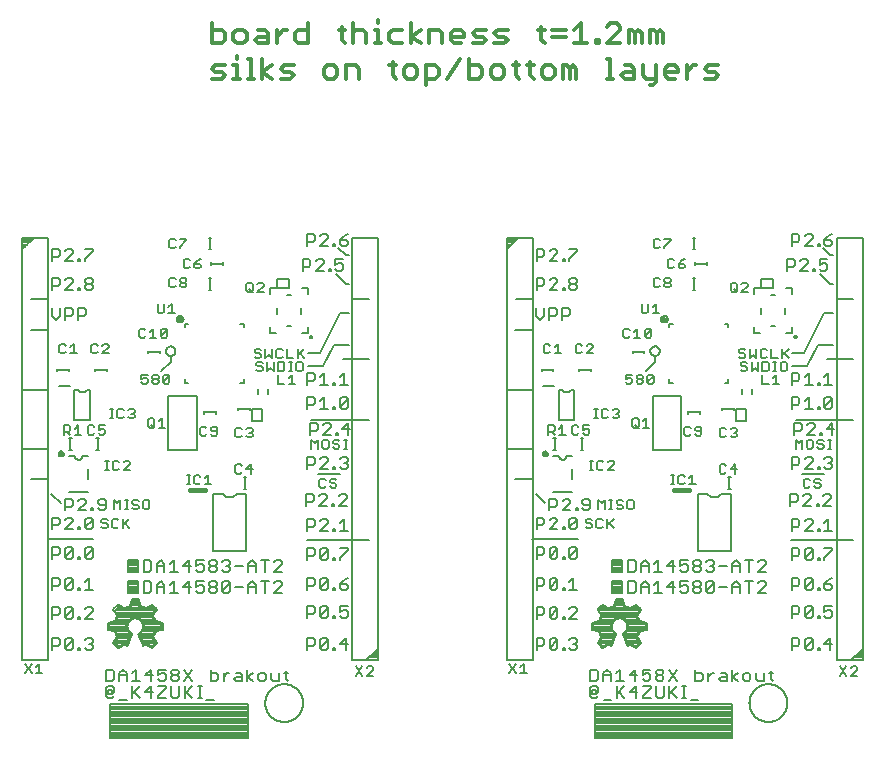
<source format=gto>
G75*
%MOIN*%
%OFA0B0*%
%FSLAX25Y25*%
%IPPOS*%
%LPD*%
%AMOC8*
5,1,8,0,0,1.08239X$1,22.5*
%
%ADD10C,0.00800*%
%ADD11C,0.00787*%
%ADD12C,0.01300*%
%ADD13C,0.01575*%
D10*
X0098294Y0102030D02*
X0097639Y0102685D01*
X0097639Y0105303D01*
X0098294Y0105958D01*
X0099603Y0105958D01*
X0100258Y0105303D01*
X0100258Y0103994D01*
X0099603Y0103339D01*
X0099603Y0104648D01*
X0098294Y0104648D01*
X0098294Y0103339D01*
X0099603Y0103339D01*
X0100258Y0102685D02*
X0099603Y0102030D01*
X0098294Y0102030D01*
X0101989Y0101375D02*
X0104608Y0101375D01*
X0106339Y0102030D02*
X0106339Y0105958D01*
X0106297Y0107493D02*
X0108916Y0107493D01*
X0107607Y0107493D02*
X0107607Y0111420D01*
X0106297Y0110111D01*
X0104566Y0110111D02*
X0104566Y0107493D01*
X0104566Y0109456D02*
X0101947Y0109456D01*
X0101947Y0110111D02*
X0103256Y0111420D01*
X0104566Y0110111D01*
X0101947Y0110111D02*
X0101947Y0107493D01*
X0100216Y0108147D02*
X0100216Y0110766D01*
X0099561Y0111420D01*
X0097597Y0111420D01*
X0097597Y0107493D01*
X0099561Y0107493D01*
X0100216Y0108147D01*
X0106339Y0103339D02*
X0108958Y0105958D01*
X0110690Y0103994D02*
X0113308Y0103994D01*
X0112653Y0105958D02*
X0110690Y0103994D01*
X0108958Y0102030D02*
X0106994Y0103994D01*
X0112653Y0102030D02*
X0112653Y0105958D01*
X0112611Y0107493D02*
X0112611Y0111420D01*
X0110648Y0109456D01*
X0113266Y0109456D01*
X0114998Y0109456D02*
X0114998Y0111420D01*
X0117616Y0111420D01*
X0116962Y0110111D02*
X0117616Y0109456D01*
X0117616Y0108147D01*
X0116962Y0107493D01*
X0115652Y0107493D01*
X0114998Y0108147D01*
X0114998Y0109456D02*
X0116307Y0110111D01*
X0116962Y0110111D01*
X0119348Y0110111D02*
X0119348Y0110766D01*
X0120003Y0111420D01*
X0121312Y0111420D01*
X0121966Y0110766D01*
X0121966Y0110111D01*
X0121312Y0109456D01*
X0120003Y0109456D01*
X0119348Y0110111D01*
X0120003Y0109456D02*
X0119348Y0108802D01*
X0119348Y0108147D01*
X0120003Y0107493D01*
X0121312Y0107493D01*
X0121966Y0108147D01*
X0121966Y0108802D01*
X0121312Y0109456D01*
X0123698Y0107493D02*
X0126317Y0111420D01*
X0123698Y0111420D02*
X0126317Y0107493D01*
X0126359Y0105958D02*
X0123740Y0103339D01*
X0124395Y0103994D02*
X0126359Y0102030D01*
X0128090Y0102030D02*
X0129400Y0102030D01*
X0128745Y0102030D02*
X0128745Y0105958D01*
X0128090Y0105958D02*
X0129400Y0105958D01*
X0132398Y0107493D02*
X0134362Y0107493D01*
X0135017Y0108147D01*
X0135017Y0109456D01*
X0134362Y0110111D01*
X0132398Y0110111D01*
X0132398Y0111420D02*
X0132398Y0107493D01*
X0136749Y0107493D02*
X0136749Y0110111D01*
X0136749Y0108802D02*
X0138058Y0110111D01*
X0138712Y0110111D01*
X0141028Y0110111D02*
X0142338Y0110111D01*
X0142992Y0109456D01*
X0142992Y0107493D01*
X0141028Y0107493D01*
X0140374Y0108147D01*
X0141028Y0108802D01*
X0142992Y0108802D01*
X0144724Y0108802D02*
X0146688Y0110111D01*
X0148349Y0109456D02*
X0148349Y0108147D01*
X0149004Y0107493D01*
X0150313Y0107493D01*
X0150968Y0108147D01*
X0150968Y0109456D01*
X0150313Y0110111D01*
X0149004Y0110111D01*
X0148349Y0109456D01*
X0146688Y0107493D02*
X0144724Y0108802D01*
X0144724Y0107493D02*
X0144724Y0111420D01*
X0152699Y0110111D02*
X0152699Y0108147D01*
X0153354Y0107493D01*
X0155318Y0107493D01*
X0155318Y0110111D01*
X0157049Y0110111D02*
X0158359Y0110111D01*
X0157704Y0110766D02*
X0157704Y0108147D01*
X0158359Y0107493D01*
X0164684Y0117994D02*
X0164684Y0121922D01*
X0166648Y0121922D01*
X0167303Y0121268D01*
X0167303Y0119958D01*
X0166648Y0119304D01*
X0164684Y0119304D01*
X0169034Y0118649D02*
X0171653Y0121268D01*
X0171653Y0118649D01*
X0170998Y0117994D01*
X0169689Y0117994D01*
X0169034Y0118649D01*
X0169034Y0121268D01*
X0169689Y0121922D01*
X0170998Y0121922D01*
X0171653Y0121268D01*
X0173384Y0118649D02*
X0174039Y0118649D01*
X0174039Y0117994D01*
X0173384Y0117994D01*
X0173384Y0118649D01*
X0175560Y0119958D02*
X0178178Y0119958D01*
X0177523Y0117994D02*
X0177523Y0121922D01*
X0175560Y0119958D01*
X0179653Y0114445D02*
X0188314Y0114445D01*
X0188314Y0255390D01*
X0179653Y0255390D01*
X0179653Y0114445D01*
X0180877Y0112473D02*
X0182970Y0109333D01*
X0184502Y0109333D02*
X0186595Y0111426D01*
X0186595Y0111949D01*
X0186071Y0112473D01*
X0185025Y0112473D01*
X0184502Y0111949D01*
X0182970Y0112473D02*
X0180877Y0109333D01*
X0184502Y0109333D02*
X0186595Y0109333D01*
X0177523Y0128624D02*
X0176214Y0128624D01*
X0175560Y0129279D01*
X0175560Y0130588D02*
X0176869Y0131243D01*
X0177523Y0131243D01*
X0178178Y0130588D01*
X0178178Y0129279D01*
X0177523Y0128624D01*
X0175560Y0130588D02*
X0175560Y0132552D01*
X0178178Y0132552D01*
X0174039Y0129279D02*
X0174039Y0128624D01*
X0173384Y0128624D01*
X0173384Y0129279D01*
X0174039Y0129279D01*
X0171653Y0129279D02*
X0171653Y0131898D01*
X0169034Y0129279D01*
X0169689Y0128624D01*
X0170998Y0128624D01*
X0171653Y0129279D01*
X0171653Y0131898D02*
X0170998Y0132552D01*
X0169689Y0132552D01*
X0169034Y0131898D01*
X0169034Y0129279D01*
X0167303Y0130588D02*
X0167303Y0131898D01*
X0166648Y0132552D01*
X0164684Y0132552D01*
X0164684Y0128624D01*
X0164684Y0129934D02*
X0166648Y0129934D01*
X0167303Y0130588D01*
X0169689Y0138073D02*
X0169034Y0138728D01*
X0171653Y0141346D01*
X0171653Y0138728D01*
X0170998Y0138073D01*
X0169689Y0138073D01*
X0169034Y0138728D02*
X0169034Y0141346D01*
X0169689Y0142001D01*
X0170998Y0142001D01*
X0171653Y0141346D01*
X0173384Y0138728D02*
X0173384Y0138073D01*
X0174039Y0138073D01*
X0174039Y0138728D01*
X0173384Y0138728D01*
X0175560Y0138728D02*
X0176214Y0138073D01*
X0177523Y0138073D01*
X0178178Y0138728D01*
X0178178Y0139382D01*
X0177523Y0140037D01*
X0175560Y0140037D01*
X0175560Y0138728D01*
X0175560Y0140037D02*
X0176869Y0141346D01*
X0178178Y0142001D01*
X0175560Y0147916D02*
X0175560Y0148570D01*
X0178178Y0151189D01*
X0178178Y0151844D01*
X0175560Y0151844D01*
X0174039Y0148570D02*
X0174039Y0147916D01*
X0173384Y0147916D01*
X0173384Y0148570D01*
X0174039Y0148570D01*
X0171653Y0148570D02*
X0170998Y0147916D01*
X0169689Y0147916D01*
X0169034Y0148570D01*
X0171653Y0151189D01*
X0171653Y0148570D01*
X0169034Y0148570D02*
X0169034Y0151189D01*
X0169689Y0151844D01*
X0170998Y0151844D01*
X0171653Y0151189D01*
X0167303Y0151189D02*
X0166648Y0151844D01*
X0164684Y0151844D01*
X0164684Y0147916D01*
X0164684Y0149225D02*
X0166648Y0149225D01*
X0167303Y0149880D01*
X0167303Y0151189D01*
X0169034Y0157758D02*
X0171653Y0160377D01*
X0171653Y0161031D01*
X0170998Y0161686D01*
X0169689Y0161686D01*
X0169034Y0161031D01*
X0167303Y0161031D02*
X0167303Y0159722D01*
X0166648Y0159068D01*
X0164684Y0159068D01*
X0164684Y0157758D02*
X0164684Y0161686D01*
X0166648Y0161686D01*
X0167303Y0161031D01*
X0169034Y0157758D02*
X0171653Y0157758D01*
X0173384Y0157758D02*
X0174039Y0157758D01*
X0174039Y0158413D01*
X0173384Y0158413D01*
X0173384Y0157758D01*
X0175560Y0157758D02*
X0178178Y0157758D01*
X0176869Y0157758D02*
X0176869Y0161686D01*
X0175560Y0160377D01*
X0175166Y0166026D02*
X0177784Y0168644D01*
X0177784Y0169299D01*
X0177130Y0169954D01*
X0175820Y0169954D01*
X0175166Y0169299D01*
X0173867Y0171931D02*
X0172820Y0171931D01*
X0172297Y0172455D01*
X0172820Y0173501D02*
X0173867Y0173501D01*
X0174390Y0172978D01*
X0174390Y0172455D01*
X0173867Y0171931D01*
X0172820Y0173501D02*
X0172297Y0174025D01*
X0172297Y0174548D01*
X0172820Y0175071D01*
X0173867Y0175071D01*
X0174390Y0174548D01*
X0175522Y0176669D02*
X0168272Y0176669D01*
X0169034Y0178231D02*
X0171653Y0180849D01*
X0171653Y0181504D01*
X0170998Y0182158D01*
X0169689Y0182158D01*
X0169034Y0181504D01*
X0167303Y0181504D02*
X0166648Y0182158D01*
X0164684Y0182158D01*
X0164684Y0178231D01*
X0164684Y0179540D02*
X0166648Y0179540D01*
X0167303Y0180195D01*
X0167303Y0181504D01*
X0168138Y0184924D02*
X0168138Y0188063D01*
X0167091Y0187017D01*
X0166045Y0188063D01*
X0166045Y0184924D01*
X0169670Y0185447D02*
X0170193Y0184924D01*
X0171240Y0184924D01*
X0171763Y0185447D01*
X0171763Y0187540D01*
X0171240Y0188063D01*
X0170193Y0188063D01*
X0169670Y0187540D01*
X0169670Y0185447D01*
X0173295Y0185447D02*
X0173818Y0184924D01*
X0174865Y0184924D01*
X0175388Y0185447D01*
X0175388Y0185970D01*
X0174865Y0186493D01*
X0173818Y0186493D01*
X0173295Y0187017D01*
X0173295Y0187540D01*
X0173818Y0188063D01*
X0174865Y0188063D01*
X0175388Y0187540D01*
X0176920Y0188063D02*
X0177966Y0188063D01*
X0177443Y0188063D02*
X0177443Y0184924D01*
X0176920Y0184924D02*
X0177966Y0184924D01*
X0177523Y0182158D02*
X0178178Y0181504D01*
X0178178Y0180849D01*
X0177523Y0180195D01*
X0178178Y0179540D01*
X0178178Y0178885D01*
X0177523Y0178231D01*
X0176214Y0178231D01*
X0175560Y0178885D01*
X0174039Y0178885D02*
X0174039Y0178231D01*
X0173384Y0178231D01*
X0173384Y0178885D01*
X0174039Y0178885D01*
X0171653Y0178231D02*
X0169034Y0178231D01*
X0169195Y0175071D02*
X0168672Y0174548D01*
X0168672Y0172455D01*
X0169195Y0171931D01*
X0170242Y0171931D01*
X0170765Y0172455D01*
X0170765Y0174548D02*
X0170242Y0175071D01*
X0169195Y0175071D01*
X0169295Y0169954D02*
X0168641Y0169299D01*
X0169295Y0169954D02*
X0170604Y0169954D01*
X0171259Y0169299D01*
X0171259Y0168644D01*
X0168641Y0166026D01*
X0171259Y0166026D01*
X0172991Y0166026D02*
X0173645Y0166026D01*
X0173645Y0166681D01*
X0172991Y0166681D01*
X0172991Y0166026D01*
X0175166Y0166026D02*
X0177784Y0166026D01*
X0166909Y0167990D02*
X0166254Y0167335D01*
X0164290Y0167335D01*
X0164290Y0166026D02*
X0164290Y0169954D01*
X0166254Y0169954D01*
X0166909Y0169299D01*
X0166909Y0167990D01*
X0176869Y0180195D02*
X0177523Y0180195D01*
X0177523Y0182158D02*
X0176214Y0182158D01*
X0175560Y0181504D01*
X0174827Y0189648D02*
X0174172Y0189648D01*
X0174172Y0190303D01*
X0174827Y0190303D01*
X0174827Y0189648D01*
X0172440Y0189648D02*
X0169822Y0189648D01*
X0172440Y0192267D01*
X0172440Y0192921D01*
X0171786Y0193576D01*
X0170476Y0193576D01*
X0169822Y0192921D01*
X0168090Y0192921D02*
X0168090Y0191612D01*
X0167435Y0190957D01*
X0165472Y0190957D01*
X0165472Y0189648D02*
X0165472Y0193576D01*
X0167435Y0193576D01*
X0168090Y0192921D01*
X0169034Y0198309D02*
X0171653Y0198309D01*
X0170344Y0198309D02*
X0170344Y0202237D01*
X0169034Y0200928D01*
X0167303Y0201583D02*
X0167303Y0200273D01*
X0166648Y0199619D01*
X0164684Y0199619D01*
X0164684Y0198309D02*
X0164684Y0202237D01*
X0166648Y0202237D01*
X0167303Y0201583D01*
X0169034Y0206183D02*
X0171653Y0206183D01*
X0170344Y0206183D02*
X0170344Y0210111D01*
X0169034Y0208802D01*
X0167303Y0209457D02*
X0167303Y0208147D01*
X0166648Y0207493D01*
X0164684Y0207493D01*
X0164684Y0206183D02*
X0164684Y0210111D01*
X0166648Y0210111D01*
X0167303Y0209457D01*
X0163082Y0211431D02*
X0163082Y0213524D01*
X0162559Y0214048D01*
X0161512Y0214048D01*
X0160989Y0213524D01*
X0160989Y0211431D01*
X0161512Y0210908D01*
X0162559Y0210908D01*
X0163082Y0211431D01*
X0159618Y0210908D02*
X0158572Y0210908D01*
X0159095Y0210908D02*
X0159095Y0214048D01*
X0158572Y0214048D02*
X0159618Y0214048D01*
X0160061Y0215239D02*
X0157968Y0215239D01*
X0157968Y0218378D01*
X0156436Y0217855D02*
X0155912Y0218378D01*
X0154866Y0218378D01*
X0154343Y0217855D01*
X0154343Y0215762D01*
X0154866Y0215239D01*
X0155912Y0215239D01*
X0156436Y0215762D01*
X0156517Y0214048D02*
X0154947Y0214048D01*
X0154947Y0210908D01*
X0156517Y0210908D01*
X0157040Y0211431D01*
X0157040Y0213524D01*
X0156517Y0214048D01*
X0153415Y0214048D02*
X0153415Y0210908D01*
X0152368Y0211954D01*
X0151322Y0210908D01*
X0151322Y0214048D01*
X0150717Y0215239D02*
X0151764Y0216285D01*
X0152811Y0215239D01*
X0152811Y0218378D01*
X0150717Y0218378D02*
X0150717Y0215239D01*
X0149185Y0215762D02*
X0148662Y0215239D01*
X0147616Y0215239D01*
X0147092Y0215762D01*
X0147616Y0216808D02*
X0148662Y0216808D01*
X0149185Y0216285D01*
X0149185Y0215762D01*
X0149266Y0214048D02*
X0148220Y0214048D01*
X0147697Y0213524D01*
X0147697Y0213001D01*
X0148220Y0212478D01*
X0149266Y0212478D01*
X0149790Y0211954D01*
X0149790Y0211431D01*
X0149266Y0210908D01*
X0148220Y0210908D01*
X0147697Y0211431D01*
X0149790Y0213524D02*
X0149266Y0214048D01*
X0147616Y0216808D02*
X0147092Y0217332D01*
X0147092Y0217855D01*
X0147616Y0218378D01*
X0148662Y0218378D01*
X0149185Y0217855D01*
X0154892Y0209717D02*
X0154892Y0206577D01*
X0156985Y0206577D01*
X0158517Y0206577D02*
X0160611Y0206577D01*
X0159564Y0206577D02*
X0159564Y0209717D01*
X0158517Y0208670D01*
X0161593Y0215239D02*
X0161593Y0218378D01*
X0162116Y0216808D02*
X0163686Y0215239D01*
X0161593Y0216285D02*
X0163686Y0218378D01*
X0173384Y0206838D02*
X0174039Y0206838D01*
X0174039Y0206183D01*
X0173384Y0206183D01*
X0173384Y0206838D01*
X0175560Y0206183D02*
X0178178Y0206183D01*
X0176869Y0206183D02*
X0176869Y0210111D01*
X0175560Y0208802D01*
X0176214Y0202237D02*
X0177523Y0202237D01*
X0178178Y0201583D01*
X0175560Y0198964D01*
X0176214Y0198309D01*
X0177523Y0198309D01*
X0178178Y0198964D01*
X0178178Y0201583D01*
X0176214Y0202237D02*
X0175560Y0201583D01*
X0175560Y0198964D01*
X0174039Y0198964D02*
X0174039Y0198309D01*
X0173384Y0198309D01*
X0173384Y0198964D01*
X0174039Y0198964D01*
X0178311Y0193576D02*
X0176347Y0191612D01*
X0178965Y0191612D01*
X0178311Y0189648D02*
X0178311Y0193576D01*
X0146437Y0191477D02*
X0146437Y0190954D01*
X0145914Y0190430D01*
X0146437Y0189907D01*
X0146437Y0189384D01*
X0145914Y0188861D01*
X0144867Y0188861D01*
X0144344Y0189384D01*
X0145391Y0190430D02*
X0145914Y0190430D01*
X0146437Y0191477D02*
X0145914Y0192000D01*
X0144867Y0192000D01*
X0144344Y0191477D01*
X0142812Y0191477D02*
X0142289Y0192000D01*
X0141242Y0192000D01*
X0140719Y0191477D01*
X0140719Y0189384D01*
X0141242Y0188861D01*
X0142289Y0188861D01*
X0142812Y0189384D01*
X0134626Y0189778D02*
X0134626Y0191871D01*
X0134103Y0192394D01*
X0133056Y0192394D01*
X0132533Y0191871D01*
X0132533Y0191347D01*
X0133056Y0190824D01*
X0134626Y0190824D01*
X0134626Y0189778D02*
X0134103Y0189254D01*
X0133056Y0189254D01*
X0132533Y0189778D01*
X0131001Y0189778D02*
X0130478Y0189254D01*
X0129431Y0189254D01*
X0128908Y0189778D01*
X0128908Y0191871D01*
X0129431Y0192394D01*
X0130478Y0192394D01*
X0131001Y0191871D01*
X0117303Y0192010D02*
X0115210Y0192010D01*
X0116257Y0192010D02*
X0116257Y0195150D01*
X0115210Y0194103D01*
X0113678Y0194627D02*
X0113678Y0192534D01*
X0113155Y0192010D01*
X0112108Y0192010D01*
X0111585Y0192534D01*
X0111585Y0194627D01*
X0112108Y0195150D01*
X0113155Y0195150D01*
X0113678Y0194627D01*
X0112632Y0193057D02*
X0113678Y0192010D01*
X0107094Y0195683D02*
X0106571Y0195160D01*
X0105525Y0195160D01*
X0105001Y0195683D01*
X0106048Y0196730D02*
X0106571Y0196730D01*
X0107094Y0196206D01*
X0107094Y0195683D01*
X0106571Y0196730D02*
X0107094Y0197253D01*
X0107094Y0197776D01*
X0106571Y0198300D01*
X0105525Y0198300D01*
X0105001Y0197776D01*
X0103469Y0197776D02*
X0102946Y0198300D01*
X0101899Y0198300D01*
X0101376Y0197776D01*
X0101376Y0195683D01*
X0101899Y0195160D01*
X0102946Y0195160D01*
X0103469Y0195683D01*
X0100006Y0195160D02*
X0098959Y0195160D01*
X0099483Y0195160D02*
X0099483Y0198300D01*
X0100006Y0198300D02*
X0098959Y0198300D01*
X0097225Y0192788D02*
X0095132Y0192788D01*
X0095132Y0191218D01*
X0096178Y0191741D01*
X0096701Y0191741D01*
X0097225Y0191218D01*
X0097225Y0190171D01*
X0096701Y0189648D01*
X0095655Y0189648D01*
X0095132Y0190171D01*
X0093600Y0190171D02*
X0093076Y0189648D01*
X0092030Y0189648D01*
X0091506Y0190171D01*
X0091506Y0192264D01*
X0092030Y0192788D01*
X0093076Y0192788D01*
X0093600Y0192264D01*
X0089351Y0189648D02*
X0087258Y0189648D01*
X0088304Y0189648D02*
X0088304Y0192788D01*
X0087258Y0191741D01*
X0085726Y0191218D02*
X0085202Y0190695D01*
X0083632Y0190695D01*
X0083632Y0189648D02*
X0083632Y0192788D01*
X0085202Y0192788D01*
X0085726Y0192264D01*
X0085726Y0191218D01*
X0084679Y0190695D02*
X0085726Y0189648D01*
X0097385Y0180977D02*
X0098431Y0180977D01*
X0097908Y0180977D02*
X0097908Y0177837D01*
X0097385Y0177837D02*
X0098431Y0177837D01*
X0099801Y0178360D02*
X0100325Y0177837D01*
X0101371Y0177837D01*
X0101894Y0178360D01*
X0103427Y0177837D02*
X0105520Y0179930D01*
X0105520Y0180453D01*
X0104996Y0180977D01*
X0103950Y0180977D01*
X0103427Y0180453D01*
X0101894Y0180453D02*
X0101371Y0180977D01*
X0100325Y0180977D01*
X0099801Y0180453D01*
X0099801Y0178360D01*
X0103427Y0177837D02*
X0105520Y0177837D01*
X0104968Y0167985D02*
X0103922Y0167985D01*
X0104445Y0167985D02*
X0104445Y0164845D01*
X0103922Y0164845D02*
X0104968Y0164845D01*
X0106338Y0165368D02*
X0106862Y0164845D01*
X0107908Y0164845D01*
X0108432Y0165368D01*
X0108432Y0165891D01*
X0107908Y0166415D01*
X0106862Y0166415D01*
X0106338Y0166938D01*
X0106338Y0167461D01*
X0106862Y0167985D01*
X0107908Y0167985D01*
X0108432Y0167461D01*
X0109964Y0167461D02*
X0109964Y0165368D01*
X0110487Y0164845D01*
X0111533Y0164845D01*
X0112057Y0165368D01*
X0112057Y0167461D01*
X0111533Y0167985D01*
X0110487Y0167985D01*
X0109964Y0167461D01*
X0102390Y0167985D02*
X0102390Y0164845D01*
X0100296Y0164845D02*
X0100296Y0167985D01*
X0101343Y0166938D01*
X0102390Y0167985D01*
X0097469Y0167724D02*
X0097469Y0165106D01*
X0096815Y0164451D01*
X0095506Y0164451D01*
X0094851Y0165106D01*
X0095506Y0166415D02*
X0097469Y0166415D01*
X0097469Y0167724D02*
X0096815Y0168379D01*
X0095506Y0168379D01*
X0094851Y0167724D01*
X0094851Y0167070D01*
X0095506Y0166415D01*
X0093330Y0165106D02*
X0092676Y0165106D01*
X0092676Y0164451D01*
X0093330Y0164451D01*
X0093330Y0165106D01*
X0090944Y0164451D02*
X0088326Y0164451D01*
X0090944Y0167070D01*
X0090944Y0167724D01*
X0090290Y0168379D01*
X0088980Y0168379D01*
X0088326Y0167724D01*
X0086594Y0167724D02*
X0086594Y0166415D01*
X0085939Y0165760D01*
X0083975Y0165760D01*
X0083975Y0164451D02*
X0083975Y0168379D01*
X0085939Y0168379D01*
X0086594Y0167724D01*
X0085959Y0162080D02*
X0084650Y0162080D01*
X0083995Y0161425D01*
X0082263Y0161425D02*
X0081609Y0162080D01*
X0079645Y0162080D01*
X0079645Y0158152D01*
X0079645Y0159461D02*
X0081609Y0159461D01*
X0082263Y0160116D01*
X0082263Y0161425D01*
X0083995Y0158152D02*
X0086613Y0160770D01*
X0086613Y0161425D01*
X0085959Y0162080D01*
X0088345Y0158807D02*
X0089000Y0158807D01*
X0089000Y0158152D01*
X0088345Y0158152D01*
X0088345Y0158807D01*
X0086613Y0158152D02*
X0083995Y0158152D01*
X0084650Y0152237D02*
X0085959Y0152237D01*
X0086613Y0151583D01*
X0083995Y0148964D01*
X0084650Y0148309D01*
X0085959Y0148309D01*
X0086613Y0148964D01*
X0086613Y0151583D01*
X0084650Y0152237D02*
X0083995Y0151583D01*
X0083995Y0148964D01*
X0082263Y0150273D02*
X0081609Y0149619D01*
X0079645Y0149619D01*
X0079645Y0148309D02*
X0079645Y0152237D01*
X0081609Y0152237D01*
X0082263Y0151583D01*
X0082263Y0150273D01*
X0088345Y0148964D02*
X0088345Y0148309D01*
X0089000Y0148309D01*
X0089000Y0148964D01*
X0088345Y0148964D01*
X0090520Y0148964D02*
X0093139Y0151583D01*
X0093139Y0148964D01*
X0092484Y0148309D01*
X0091175Y0148309D01*
X0090520Y0148964D01*
X0090520Y0151583D01*
X0091175Y0152237D01*
X0092484Y0152237D01*
X0093139Y0151583D01*
X0092484Y0158152D02*
X0091175Y0158152D01*
X0090520Y0158807D01*
X0093139Y0161425D01*
X0093139Y0158807D01*
X0092484Y0158152D01*
X0090520Y0158807D02*
X0090520Y0161425D01*
X0091175Y0162080D01*
X0092484Y0162080D01*
X0093139Y0161425D01*
X0095993Y0161162D02*
X0095993Y0160639D01*
X0096516Y0160116D01*
X0097563Y0160116D01*
X0098086Y0159592D01*
X0098086Y0159069D01*
X0097563Y0158546D01*
X0096516Y0158546D01*
X0095993Y0159069D01*
X0095993Y0161162D02*
X0096516Y0161685D01*
X0097563Y0161685D01*
X0098086Y0161162D01*
X0099618Y0161162D02*
X0099618Y0159069D01*
X0100141Y0158546D01*
X0101188Y0158546D01*
X0101711Y0159069D01*
X0103243Y0159592D02*
X0105336Y0161685D01*
X0103243Y0161685D02*
X0103243Y0158546D01*
X0103767Y0160116D02*
X0105336Y0158546D01*
X0101711Y0161162D02*
X0101188Y0161685D01*
X0100141Y0161685D01*
X0099618Y0161162D01*
X0110092Y0147906D02*
X0112056Y0147906D01*
X0112711Y0147252D01*
X0112711Y0144633D01*
X0112056Y0143979D01*
X0110092Y0143979D01*
X0110092Y0147906D01*
X0114442Y0146597D02*
X0114442Y0143979D01*
X0114442Y0145943D02*
X0117061Y0145943D01*
X0117061Y0146597D02*
X0117061Y0143979D01*
X0118793Y0143979D02*
X0121411Y0143979D01*
X0120102Y0143979D02*
X0120102Y0147906D01*
X0118793Y0146597D01*
X0117061Y0146597D02*
X0115752Y0147906D01*
X0114442Y0146597D01*
X0115752Y0140820D02*
X0114442Y0139511D01*
X0114442Y0136892D01*
X0112711Y0137547D02*
X0112711Y0140165D01*
X0112056Y0140820D01*
X0110092Y0140820D01*
X0110092Y0136892D01*
X0112056Y0136892D01*
X0112711Y0137547D01*
X0114442Y0138856D02*
X0117061Y0138856D01*
X0117061Y0139511D02*
X0117061Y0136892D01*
X0118793Y0136892D02*
X0121411Y0136892D01*
X0120102Y0136892D02*
X0120102Y0140820D01*
X0118793Y0139511D01*
X0117061Y0139511D02*
X0115752Y0140820D01*
X0123143Y0138856D02*
X0125761Y0138856D01*
X0127493Y0138856D02*
X0128802Y0139511D01*
X0129457Y0139511D01*
X0130111Y0138856D01*
X0130111Y0137547D01*
X0129457Y0136892D01*
X0128148Y0136892D01*
X0127493Y0137547D01*
X0127493Y0138856D02*
X0127493Y0140820D01*
X0130111Y0140820D01*
X0131843Y0140165D02*
X0131843Y0139511D01*
X0132498Y0138856D01*
X0133807Y0138856D01*
X0134462Y0138201D01*
X0134462Y0137547D01*
X0133807Y0136892D01*
X0132498Y0136892D01*
X0131843Y0137547D01*
X0131843Y0138201D01*
X0132498Y0138856D01*
X0133807Y0138856D02*
X0134462Y0139511D01*
X0134462Y0140165D01*
X0133807Y0140820D01*
X0132498Y0140820D01*
X0131843Y0140165D01*
X0132498Y0143979D02*
X0131843Y0144633D01*
X0131843Y0145288D01*
X0132498Y0145943D01*
X0133807Y0145943D01*
X0134462Y0145288D01*
X0134462Y0144633D01*
X0133807Y0143979D01*
X0132498Y0143979D01*
X0132498Y0145943D02*
X0131843Y0146597D01*
X0131843Y0147252D01*
X0132498Y0147906D01*
X0133807Y0147906D01*
X0134462Y0147252D01*
X0134462Y0146597D01*
X0133807Y0145943D01*
X0136193Y0147252D02*
X0136848Y0147906D01*
X0138157Y0147906D01*
X0138812Y0147252D01*
X0138812Y0146597D01*
X0138157Y0145943D01*
X0138812Y0145288D01*
X0138812Y0144633D01*
X0138157Y0143979D01*
X0136848Y0143979D01*
X0136193Y0144633D01*
X0137502Y0145943D02*
X0138157Y0145943D01*
X0140543Y0145943D02*
X0143162Y0145943D01*
X0144894Y0145943D02*
X0147512Y0145943D01*
X0147512Y0146597D02*
X0147512Y0143979D01*
X0147512Y0146597D02*
X0146203Y0147906D01*
X0144894Y0146597D01*
X0144894Y0143979D01*
X0146203Y0140820D02*
X0144894Y0139511D01*
X0144894Y0136892D01*
X0144894Y0138856D02*
X0147512Y0138856D01*
X0147512Y0139511D02*
X0147512Y0136892D01*
X0147512Y0139511D02*
X0146203Y0140820D01*
X0149244Y0140820D02*
X0151862Y0140820D01*
X0150553Y0140820D02*
X0150553Y0136892D01*
X0153594Y0136892D02*
X0156212Y0139511D01*
X0156212Y0140165D01*
X0155558Y0140820D01*
X0154249Y0140820D01*
X0153594Y0140165D01*
X0153594Y0136892D02*
X0156212Y0136892D01*
X0156212Y0143979D02*
X0153594Y0143979D01*
X0156212Y0146597D01*
X0156212Y0147252D01*
X0155558Y0147906D01*
X0154249Y0147906D01*
X0153594Y0147252D01*
X0151862Y0147906D02*
X0149244Y0147906D01*
X0150553Y0147906D02*
X0150553Y0143979D01*
X0143162Y0138856D02*
X0140543Y0138856D01*
X0138812Y0140165D02*
X0136193Y0137547D01*
X0136848Y0136892D01*
X0138157Y0136892D01*
X0138812Y0137547D01*
X0138812Y0140165D01*
X0138157Y0140820D01*
X0136848Y0140820D01*
X0136193Y0140165D01*
X0136193Y0137547D01*
X0129457Y0143979D02*
X0128148Y0143979D01*
X0127493Y0144633D01*
X0127493Y0145943D02*
X0128802Y0146597D01*
X0129457Y0146597D01*
X0130111Y0145943D01*
X0130111Y0144633D01*
X0129457Y0143979D01*
X0127493Y0145943D02*
X0127493Y0147906D01*
X0130111Y0147906D01*
X0133314Y0151059D02*
X0133314Y0169957D01*
X0132685Y0173113D02*
X0130592Y0173113D01*
X0131638Y0173113D02*
X0131638Y0176252D01*
X0130592Y0175206D01*
X0129060Y0175729D02*
X0128537Y0176252D01*
X0127490Y0176252D01*
X0126967Y0175729D01*
X0126967Y0173636D01*
X0127490Y0173113D01*
X0128537Y0173113D01*
X0129060Y0173636D01*
X0125597Y0173113D02*
X0124550Y0173113D01*
X0125073Y0173113D02*
X0125073Y0176252D01*
X0124550Y0176252D02*
X0125597Y0176252D01*
X0140699Y0177169D02*
X0141223Y0176646D01*
X0142269Y0176646D01*
X0142792Y0177169D01*
X0144324Y0178216D02*
X0146418Y0178216D01*
X0145894Y0176646D02*
X0145894Y0179786D01*
X0144324Y0178216D01*
X0142792Y0179262D02*
X0142269Y0179786D01*
X0141223Y0179786D01*
X0140699Y0179262D01*
X0140699Y0177169D01*
X0144338Y0169957D02*
X0144338Y0151059D01*
X0125761Y0145943D02*
X0123143Y0145943D01*
X0125107Y0147906D01*
X0125107Y0143979D01*
X0125107Y0140820D02*
X0123143Y0138856D01*
X0125107Y0136892D02*
X0125107Y0140820D01*
X0093139Y0138073D02*
X0090520Y0138073D01*
X0091829Y0138073D02*
X0091829Y0142001D01*
X0090520Y0140692D01*
X0089000Y0138728D02*
X0089000Y0138073D01*
X0088345Y0138073D01*
X0088345Y0138728D01*
X0089000Y0138728D01*
X0086613Y0138728D02*
X0085959Y0138073D01*
X0084650Y0138073D01*
X0083995Y0138728D01*
X0086613Y0141346D01*
X0086613Y0138728D01*
X0083995Y0138728D02*
X0083995Y0141346D01*
X0084650Y0142001D01*
X0085959Y0142001D01*
X0086613Y0141346D01*
X0082263Y0141346D02*
X0081609Y0142001D01*
X0079645Y0142001D01*
X0079645Y0138073D01*
X0079645Y0139382D02*
X0081609Y0139382D01*
X0082263Y0140037D01*
X0082263Y0141346D01*
X0081609Y0132158D02*
X0082263Y0131504D01*
X0082263Y0130195D01*
X0081609Y0129540D01*
X0079645Y0129540D01*
X0079645Y0128231D02*
X0079645Y0132158D01*
X0081609Y0132158D01*
X0083995Y0131504D02*
X0083995Y0128885D01*
X0086613Y0131504D01*
X0086613Y0128885D01*
X0085959Y0128231D01*
X0084650Y0128231D01*
X0083995Y0128885D01*
X0083995Y0131504D02*
X0084650Y0132158D01*
X0085959Y0132158D01*
X0086613Y0131504D01*
X0088345Y0128885D02*
X0089000Y0128885D01*
X0089000Y0128231D01*
X0088345Y0128231D01*
X0088345Y0128885D01*
X0090520Y0128231D02*
X0093139Y0130849D01*
X0093139Y0131504D01*
X0092484Y0132158D01*
X0091175Y0132158D01*
X0090520Y0131504D01*
X0090520Y0128231D02*
X0093139Y0128231D01*
X0092484Y0121922D02*
X0093139Y0121268D01*
X0093139Y0120613D01*
X0092484Y0119958D01*
X0093139Y0119304D01*
X0093139Y0118649D01*
X0092484Y0117994D01*
X0091175Y0117994D01*
X0090520Y0118649D01*
X0089000Y0118649D02*
X0089000Y0117994D01*
X0088345Y0117994D01*
X0088345Y0118649D01*
X0089000Y0118649D01*
X0086613Y0118649D02*
X0085959Y0117994D01*
X0084650Y0117994D01*
X0083995Y0118649D01*
X0086613Y0121268D01*
X0086613Y0118649D01*
X0083995Y0118649D02*
X0083995Y0121268D01*
X0084650Y0121922D01*
X0085959Y0121922D01*
X0086613Y0121268D01*
X0090520Y0121268D02*
X0091175Y0121922D01*
X0092484Y0121922D01*
X0092484Y0119958D02*
X0091829Y0119958D01*
X0082263Y0119958D02*
X0081609Y0119304D01*
X0079645Y0119304D01*
X0079645Y0117994D02*
X0079645Y0121922D01*
X0081609Y0121922D01*
X0082263Y0121268D01*
X0082263Y0119958D01*
X0078314Y0114445D02*
X0069653Y0114445D01*
X0069653Y0255390D01*
X0078314Y0255390D01*
X0078314Y0114445D01*
X0075312Y0113260D02*
X0075312Y0110120D01*
X0074265Y0110120D02*
X0076359Y0110120D01*
X0074265Y0112214D02*
X0075312Y0113260D01*
X0072733Y0113260D02*
X0070640Y0110120D01*
X0072733Y0110120D02*
X0070640Y0113260D01*
X0115040Y0105958D02*
X0117658Y0105958D01*
X0117658Y0105303D01*
X0115040Y0102685D01*
X0115040Y0102030D01*
X0117658Y0102030D01*
X0119390Y0102685D02*
X0119390Y0105958D01*
X0122008Y0105958D02*
X0122008Y0102685D01*
X0121354Y0102030D01*
X0120045Y0102030D01*
X0119390Y0102685D01*
X0123740Y0102030D02*
X0123740Y0105958D01*
X0130990Y0101375D02*
X0133609Y0101375D01*
X0164684Y0138073D02*
X0164684Y0142001D01*
X0166648Y0142001D01*
X0167303Y0141346D01*
X0167303Y0140037D01*
X0166648Y0139382D01*
X0164684Y0139382D01*
X0231070Y0114445D02*
X0231070Y0255390D01*
X0239732Y0255390D01*
X0239732Y0114445D01*
X0231070Y0114445D01*
X0232058Y0113260D02*
X0234151Y0110120D01*
X0235683Y0110120D02*
X0237776Y0110120D01*
X0236729Y0110120D02*
X0236729Y0113260D01*
X0235683Y0112214D01*
X0234151Y0113260D02*
X0232058Y0110120D01*
X0241062Y0117994D02*
X0241062Y0121922D01*
X0243026Y0121922D01*
X0243681Y0121268D01*
X0243681Y0119958D01*
X0243026Y0119304D01*
X0241062Y0119304D01*
X0245412Y0118649D02*
X0248031Y0121268D01*
X0248031Y0118649D01*
X0247376Y0117994D01*
X0246067Y0117994D01*
X0245412Y0118649D01*
X0245412Y0121268D01*
X0246067Y0121922D01*
X0247376Y0121922D01*
X0248031Y0121268D01*
X0249762Y0118649D02*
X0250417Y0118649D01*
X0250417Y0117994D01*
X0249762Y0117994D01*
X0249762Y0118649D01*
X0251938Y0118649D02*
X0252592Y0117994D01*
X0253901Y0117994D01*
X0254556Y0118649D01*
X0254556Y0119304D01*
X0253901Y0119958D01*
X0253247Y0119958D01*
X0253901Y0119958D02*
X0254556Y0120613D01*
X0254556Y0121268D01*
X0253901Y0121922D01*
X0252592Y0121922D01*
X0251938Y0121268D01*
X0259014Y0111420D02*
X0260978Y0111420D01*
X0261633Y0110766D01*
X0261633Y0108147D01*
X0260978Y0107493D01*
X0259014Y0107493D01*
X0259014Y0111420D01*
X0263365Y0110111D02*
X0264674Y0111420D01*
X0265983Y0110111D01*
X0265983Y0107493D01*
X0267715Y0107493D02*
X0270333Y0107493D01*
X0269024Y0107493D02*
X0269024Y0111420D01*
X0267715Y0110111D01*
X0265983Y0109456D02*
X0263365Y0109456D01*
X0263365Y0110111D02*
X0263365Y0107493D01*
X0261675Y0105303D02*
X0261675Y0103994D01*
X0261020Y0103339D01*
X0261020Y0104648D01*
X0259711Y0104648D01*
X0259711Y0103339D01*
X0261020Y0103339D01*
X0261675Y0102685D02*
X0261020Y0102030D01*
X0259711Y0102030D01*
X0259056Y0102685D01*
X0259056Y0105303D01*
X0259711Y0105958D01*
X0261020Y0105958D01*
X0261675Y0105303D01*
X0263407Y0101375D02*
X0266025Y0101375D01*
X0267757Y0102030D02*
X0267757Y0105958D01*
X0268411Y0103994D02*
X0270375Y0102030D01*
X0272107Y0103994D02*
X0274725Y0103994D01*
X0274071Y0102030D02*
X0274071Y0105958D01*
X0272107Y0103994D01*
X0270375Y0105958D02*
X0267757Y0103339D01*
X0272065Y0109456D02*
X0274683Y0109456D01*
X0276415Y0109456D02*
X0277724Y0110111D01*
X0278379Y0110111D01*
X0279034Y0109456D01*
X0279034Y0108147D01*
X0278379Y0107493D01*
X0277070Y0107493D01*
X0276415Y0108147D01*
X0276415Y0109456D02*
X0276415Y0111420D01*
X0279034Y0111420D01*
X0280765Y0110766D02*
X0281420Y0111420D01*
X0282729Y0111420D01*
X0283384Y0110766D01*
X0283384Y0110111D01*
X0282729Y0109456D01*
X0281420Y0109456D01*
X0280765Y0110111D01*
X0280765Y0110766D01*
X0281420Y0109456D02*
X0280765Y0108802D01*
X0280765Y0108147D01*
X0281420Y0107493D01*
X0282729Y0107493D01*
X0283384Y0108147D01*
X0283384Y0108802D01*
X0282729Y0109456D01*
X0285115Y0107493D02*
X0287734Y0111420D01*
X0285115Y0111420D02*
X0287734Y0107493D01*
X0287776Y0105958D02*
X0285157Y0103339D01*
X0285812Y0103994D02*
X0287776Y0102030D01*
X0289508Y0102030D02*
X0290817Y0102030D01*
X0290162Y0102030D02*
X0290162Y0105958D01*
X0289508Y0105958D02*
X0290817Y0105958D01*
X0293816Y0107493D02*
X0295780Y0107493D01*
X0296434Y0108147D01*
X0296434Y0109456D01*
X0295780Y0110111D01*
X0293816Y0110111D01*
X0293816Y0111420D02*
X0293816Y0107493D01*
X0298166Y0107493D02*
X0298166Y0110111D01*
X0299475Y0110111D02*
X0300130Y0110111D01*
X0299475Y0110111D02*
X0298166Y0108802D01*
X0301791Y0108147D02*
X0302446Y0107493D01*
X0304410Y0107493D01*
X0304410Y0109456D01*
X0303755Y0110111D01*
X0302446Y0110111D01*
X0302446Y0108802D02*
X0304410Y0108802D01*
X0306141Y0108802D02*
X0308105Y0107493D01*
X0309766Y0108147D02*
X0310421Y0107493D01*
X0311730Y0107493D01*
X0312385Y0108147D01*
X0312385Y0109456D01*
X0311730Y0110111D01*
X0310421Y0110111D01*
X0309766Y0109456D01*
X0309766Y0108147D01*
X0308105Y0110111D02*
X0306141Y0108802D01*
X0306141Y0107493D02*
X0306141Y0111420D01*
X0302446Y0108802D02*
X0301791Y0108147D01*
X0295026Y0101375D02*
X0292408Y0101375D01*
X0285157Y0102030D02*
X0285157Y0105958D01*
X0283426Y0105958D02*
X0283426Y0102685D01*
X0282771Y0102030D01*
X0281462Y0102030D01*
X0280807Y0102685D01*
X0280807Y0105958D01*
X0279076Y0105958D02*
X0279076Y0105303D01*
X0276457Y0102685D01*
X0276457Y0102030D01*
X0279076Y0102030D01*
X0279076Y0105958D02*
X0276457Y0105958D01*
X0274029Y0107493D02*
X0274029Y0111420D01*
X0272065Y0109456D01*
X0254556Y0128231D02*
X0251938Y0128231D01*
X0254556Y0130849D01*
X0254556Y0131504D01*
X0253901Y0132158D01*
X0252592Y0132158D01*
X0251938Y0131504D01*
X0250417Y0128885D02*
X0250417Y0128231D01*
X0249762Y0128231D01*
X0249762Y0128885D01*
X0250417Y0128885D01*
X0248031Y0128885D02*
X0247376Y0128231D01*
X0246067Y0128231D01*
X0245412Y0128885D01*
X0248031Y0131504D01*
X0248031Y0128885D01*
X0245412Y0128885D02*
X0245412Y0131504D01*
X0246067Y0132158D01*
X0247376Y0132158D01*
X0248031Y0131504D01*
X0243681Y0131504D02*
X0243681Y0130195D01*
X0243026Y0129540D01*
X0241062Y0129540D01*
X0241062Y0128231D02*
X0241062Y0132158D01*
X0243026Y0132158D01*
X0243681Y0131504D01*
X0246067Y0138073D02*
X0245412Y0138728D01*
X0248031Y0141346D01*
X0248031Y0138728D01*
X0247376Y0138073D01*
X0246067Y0138073D01*
X0245412Y0138728D02*
X0245412Y0141346D01*
X0246067Y0142001D01*
X0247376Y0142001D01*
X0248031Y0141346D01*
X0249762Y0138728D02*
X0250417Y0138728D01*
X0250417Y0138073D01*
X0249762Y0138073D01*
X0249762Y0138728D01*
X0251938Y0138073D02*
X0254556Y0138073D01*
X0253247Y0138073D02*
X0253247Y0142001D01*
X0251938Y0140692D01*
X0252592Y0148309D02*
X0251938Y0148964D01*
X0254556Y0151583D01*
X0254556Y0148964D01*
X0253901Y0148309D01*
X0252592Y0148309D01*
X0251938Y0148964D02*
X0251938Y0151583D01*
X0252592Y0152237D01*
X0253901Y0152237D01*
X0254556Y0151583D01*
X0250417Y0148964D02*
X0250417Y0148309D01*
X0249762Y0148309D01*
X0249762Y0148964D01*
X0250417Y0148964D01*
X0248031Y0148964D02*
X0247376Y0148309D01*
X0246067Y0148309D01*
X0245412Y0148964D01*
X0248031Y0151583D01*
X0248031Y0148964D01*
X0248031Y0151583D02*
X0247376Y0152237D01*
X0246067Y0152237D01*
X0245412Y0151583D01*
X0245412Y0148964D01*
X0243681Y0150273D02*
X0243026Y0149619D01*
X0241062Y0149619D01*
X0241062Y0148309D02*
X0241062Y0152237D01*
X0243026Y0152237D01*
X0243681Y0151583D01*
X0243681Y0150273D01*
X0245412Y0158152D02*
X0248031Y0160770D01*
X0248031Y0161425D01*
X0247376Y0162080D01*
X0246067Y0162080D01*
X0245412Y0161425D01*
X0243681Y0161425D02*
X0243681Y0160116D01*
X0243026Y0159461D01*
X0241062Y0159461D01*
X0241062Y0158152D02*
X0241062Y0162080D01*
X0243026Y0162080D01*
X0243681Y0161425D01*
X0245393Y0164451D02*
X0245393Y0168379D01*
X0247357Y0168379D01*
X0248011Y0167724D01*
X0248011Y0166415D01*
X0247357Y0165760D01*
X0245393Y0165760D01*
X0249743Y0164451D02*
X0252361Y0167070D01*
X0252361Y0167724D01*
X0251707Y0168379D01*
X0250398Y0168379D01*
X0249743Y0167724D01*
X0249743Y0164451D02*
X0252361Y0164451D01*
X0254093Y0164451D02*
X0254748Y0164451D01*
X0254748Y0165106D01*
X0254093Y0165106D01*
X0254093Y0164451D01*
X0256268Y0165106D02*
X0256923Y0164451D01*
X0258232Y0164451D01*
X0258887Y0165106D01*
X0258887Y0167724D01*
X0258232Y0168379D01*
X0256923Y0168379D01*
X0256268Y0167724D01*
X0256268Y0167070D01*
X0256923Y0166415D01*
X0258887Y0166415D01*
X0261714Y0164845D02*
X0261714Y0167985D01*
X0262760Y0166938D01*
X0263807Y0167985D01*
X0263807Y0164845D01*
X0265339Y0164845D02*
X0266386Y0164845D01*
X0265862Y0164845D02*
X0265862Y0167985D01*
X0265339Y0167985D02*
X0266386Y0167985D01*
X0267756Y0167461D02*
X0267756Y0166938D01*
X0268279Y0166415D01*
X0269326Y0166415D01*
X0269849Y0165891D01*
X0269849Y0165368D01*
X0269326Y0164845D01*
X0268279Y0164845D01*
X0267756Y0165368D01*
X0267756Y0167461D02*
X0268279Y0167985D01*
X0269326Y0167985D01*
X0269849Y0167461D01*
X0271381Y0167461D02*
X0271381Y0165368D01*
X0271904Y0164845D01*
X0272951Y0164845D01*
X0273474Y0165368D01*
X0273474Y0167461D01*
X0272951Y0167985D01*
X0271904Y0167985D01*
X0271381Y0167461D01*
X0266754Y0161685D02*
X0264661Y0159592D01*
X0265184Y0160116D02*
X0266754Y0158546D01*
X0264661Y0158546D02*
X0264661Y0161685D01*
X0263129Y0161162D02*
X0262605Y0161685D01*
X0261559Y0161685D01*
X0261036Y0161162D01*
X0261036Y0159069D01*
X0261559Y0158546D01*
X0262605Y0158546D01*
X0263129Y0159069D01*
X0259504Y0159069D02*
X0258980Y0158546D01*
X0257934Y0158546D01*
X0257410Y0159069D01*
X0257934Y0160116D02*
X0258980Y0160116D01*
X0259504Y0159592D01*
X0259504Y0159069D01*
X0257934Y0160116D02*
X0257410Y0160639D01*
X0257410Y0161162D01*
X0257934Y0161685D01*
X0258980Y0161685D01*
X0259504Y0161162D01*
X0254556Y0161425D02*
X0253901Y0162080D01*
X0252592Y0162080D01*
X0251938Y0161425D01*
X0251938Y0158807D01*
X0254556Y0161425D01*
X0254556Y0158807D01*
X0253901Y0158152D01*
X0252592Y0158152D01*
X0251938Y0158807D01*
X0250417Y0158807D02*
X0250417Y0158152D01*
X0249762Y0158152D01*
X0249762Y0158807D01*
X0250417Y0158807D01*
X0248031Y0158152D02*
X0245412Y0158152D01*
X0243026Y0142001D02*
X0241062Y0142001D01*
X0241062Y0138073D01*
X0241062Y0139382D02*
X0243026Y0139382D01*
X0243681Y0140037D01*
X0243681Y0141346D01*
X0243026Y0142001D01*
X0271510Y0140820D02*
X0271510Y0136892D01*
X0273473Y0136892D01*
X0274128Y0137547D01*
X0274128Y0140165D01*
X0273473Y0140820D01*
X0271510Y0140820D01*
X0271510Y0143979D02*
X0273473Y0143979D01*
X0274128Y0144633D01*
X0274128Y0147252D01*
X0273473Y0147906D01*
X0271510Y0147906D01*
X0271510Y0143979D01*
X0275860Y0143979D02*
X0275860Y0146597D01*
X0277169Y0147906D01*
X0278478Y0146597D01*
X0278478Y0143979D01*
X0280210Y0143979D02*
X0282828Y0143979D01*
X0281519Y0143979D02*
X0281519Y0147906D01*
X0280210Y0146597D01*
X0278478Y0145943D02*
X0275860Y0145943D01*
X0277169Y0140820D02*
X0278478Y0139511D01*
X0278478Y0136892D01*
X0280210Y0136892D02*
X0282828Y0136892D01*
X0281519Y0136892D02*
X0281519Y0140820D01*
X0280210Y0139511D01*
X0278478Y0138856D02*
X0275860Y0138856D01*
X0275860Y0139511D02*
X0277169Y0140820D01*
X0275860Y0139511D02*
X0275860Y0136892D01*
X0284560Y0138856D02*
X0287179Y0138856D01*
X0288910Y0138856D02*
X0290219Y0139511D01*
X0290874Y0139511D01*
X0291529Y0138856D01*
X0291529Y0137547D01*
X0290874Y0136892D01*
X0289565Y0136892D01*
X0288910Y0137547D01*
X0288910Y0138856D02*
X0288910Y0140820D01*
X0291529Y0140820D01*
X0293260Y0140165D02*
X0293260Y0139511D01*
X0293915Y0138856D01*
X0295224Y0138856D01*
X0295879Y0138201D01*
X0295879Y0137547D01*
X0295224Y0136892D01*
X0293915Y0136892D01*
X0293260Y0137547D01*
X0293260Y0138201D01*
X0293915Y0138856D01*
X0295224Y0138856D02*
X0295879Y0139511D01*
X0295879Y0140165D01*
X0295224Y0140820D01*
X0293915Y0140820D01*
X0293260Y0140165D01*
X0293915Y0143979D02*
X0293260Y0144633D01*
X0293260Y0145288D01*
X0293915Y0145943D01*
X0295224Y0145943D01*
X0295879Y0145288D01*
X0295879Y0144633D01*
X0295224Y0143979D01*
X0293915Y0143979D01*
X0293915Y0145943D02*
X0293260Y0146597D01*
X0293260Y0147252D01*
X0293915Y0147906D01*
X0295224Y0147906D01*
X0295879Y0147252D01*
X0295879Y0146597D01*
X0295224Y0145943D01*
X0297611Y0147252D02*
X0298265Y0147906D01*
X0299574Y0147906D01*
X0300229Y0147252D01*
X0300229Y0146597D01*
X0299574Y0145943D01*
X0300229Y0145288D01*
X0300229Y0144633D01*
X0299574Y0143979D01*
X0298265Y0143979D01*
X0297611Y0144633D01*
X0298920Y0145943D02*
X0299574Y0145943D01*
X0301961Y0145943D02*
X0304579Y0145943D01*
X0306311Y0145943D02*
X0308929Y0145943D01*
X0308929Y0146597D02*
X0308929Y0143979D01*
X0306311Y0143979D02*
X0306311Y0146597D01*
X0307620Y0147906D01*
X0308929Y0146597D01*
X0310661Y0147906D02*
X0313280Y0147906D01*
X0311970Y0147906D02*
X0311970Y0143979D01*
X0315011Y0143979D02*
X0317630Y0146597D01*
X0317630Y0147252D01*
X0316975Y0147906D01*
X0315666Y0147906D01*
X0315011Y0147252D01*
X0315011Y0143979D02*
X0317630Y0143979D01*
X0316975Y0140820D02*
X0315666Y0140820D01*
X0315011Y0140165D01*
X0313280Y0140820D02*
X0310661Y0140820D01*
X0311970Y0140820D02*
X0311970Y0136892D01*
X0308929Y0136892D02*
X0308929Y0139511D01*
X0307620Y0140820D01*
X0306311Y0139511D01*
X0306311Y0136892D01*
X0306311Y0138856D02*
X0308929Y0138856D01*
X0304579Y0138856D02*
X0301961Y0138856D01*
X0300229Y0140165D02*
X0297611Y0137547D01*
X0298265Y0136892D01*
X0299574Y0136892D01*
X0300229Y0137547D01*
X0300229Y0140165D01*
X0299574Y0140820D01*
X0298265Y0140820D01*
X0297611Y0140165D01*
X0297611Y0137547D01*
X0290874Y0143979D02*
X0289565Y0143979D01*
X0288910Y0144633D01*
X0288910Y0145943D02*
X0290219Y0146597D01*
X0290874Y0146597D01*
X0291529Y0145943D01*
X0291529Y0144633D01*
X0290874Y0143979D01*
X0288910Y0145943D02*
X0288910Y0147906D01*
X0291529Y0147906D01*
X0294732Y0151059D02*
X0294732Y0169957D01*
X0294102Y0173113D02*
X0292009Y0173113D01*
X0293056Y0173113D02*
X0293056Y0176252D01*
X0292009Y0175206D01*
X0290477Y0175729D02*
X0289954Y0176252D01*
X0288907Y0176252D01*
X0288384Y0175729D01*
X0288384Y0173636D01*
X0288907Y0173113D01*
X0289954Y0173113D01*
X0290477Y0173636D01*
X0287014Y0173113D02*
X0285967Y0173113D01*
X0286491Y0173113D02*
X0286491Y0176252D01*
X0287014Y0176252D02*
X0285967Y0176252D01*
X0290849Y0189254D02*
X0291895Y0189254D01*
X0292418Y0189778D01*
X0293950Y0189778D02*
X0294474Y0189254D01*
X0295520Y0189254D01*
X0296044Y0189778D01*
X0296044Y0191871D01*
X0295520Y0192394D01*
X0294474Y0192394D01*
X0293950Y0191871D01*
X0293950Y0191347D01*
X0294474Y0190824D01*
X0296044Y0190824D01*
X0292418Y0191871D02*
X0291895Y0192394D01*
X0290849Y0192394D01*
X0290325Y0191871D01*
X0290325Y0189778D01*
X0290849Y0189254D01*
X0278721Y0192010D02*
X0276628Y0192010D01*
X0277674Y0192010D02*
X0277674Y0195150D01*
X0276628Y0194103D01*
X0275096Y0194627D02*
X0275096Y0192534D01*
X0274572Y0192010D01*
X0273526Y0192010D01*
X0273003Y0192534D01*
X0273003Y0194627D01*
X0273526Y0195150D01*
X0274572Y0195150D01*
X0275096Y0194627D01*
X0274049Y0193057D02*
X0275096Y0192010D01*
X0268512Y0195683D02*
X0267988Y0195160D01*
X0266942Y0195160D01*
X0266419Y0195683D01*
X0267465Y0196730D02*
X0267988Y0196730D01*
X0268512Y0196206D01*
X0268512Y0195683D01*
X0267988Y0196730D02*
X0268512Y0197253D01*
X0268512Y0197776D01*
X0267988Y0198300D01*
X0266942Y0198300D01*
X0266419Y0197776D01*
X0264887Y0197776D02*
X0264363Y0198300D01*
X0263317Y0198300D01*
X0262794Y0197776D01*
X0262794Y0195683D01*
X0263317Y0195160D01*
X0264363Y0195160D01*
X0264887Y0195683D01*
X0261423Y0195160D02*
X0260377Y0195160D01*
X0260900Y0195160D02*
X0260900Y0198300D01*
X0260377Y0198300D02*
X0261423Y0198300D01*
X0258642Y0192788D02*
X0256549Y0192788D01*
X0256549Y0191218D01*
X0257595Y0191741D01*
X0258119Y0191741D01*
X0258642Y0191218D01*
X0258642Y0190171D01*
X0258119Y0189648D01*
X0257072Y0189648D01*
X0256549Y0190171D01*
X0255017Y0190171D02*
X0254494Y0189648D01*
X0253447Y0189648D01*
X0252924Y0190171D01*
X0252924Y0192264D01*
X0253447Y0192788D01*
X0254494Y0192788D01*
X0255017Y0192264D01*
X0250768Y0189648D02*
X0248675Y0189648D01*
X0249721Y0189648D02*
X0249721Y0192788D01*
X0248675Y0191741D01*
X0247143Y0191218D02*
X0246620Y0190695D01*
X0245050Y0190695D01*
X0246096Y0190695D02*
X0247143Y0189648D01*
X0247143Y0191218D02*
X0247143Y0192264D01*
X0246620Y0192788D01*
X0245050Y0192788D01*
X0245050Y0189648D01*
X0258802Y0180977D02*
X0259849Y0180977D01*
X0259325Y0180977D02*
X0259325Y0177837D01*
X0258802Y0177837D02*
X0259849Y0177837D01*
X0261219Y0178360D02*
X0261219Y0180453D01*
X0261742Y0180977D01*
X0262789Y0180977D01*
X0263312Y0180453D01*
X0264844Y0180453D02*
X0265367Y0180977D01*
X0266414Y0180977D01*
X0266937Y0180453D01*
X0266937Y0179930D01*
X0264844Y0177837D01*
X0266937Y0177837D01*
X0263312Y0178360D02*
X0262789Y0177837D01*
X0261742Y0177837D01*
X0261219Y0178360D01*
X0271320Y0206577D02*
X0270796Y0207100D01*
X0271320Y0206577D02*
X0272366Y0206577D01*
X0272889Y0207100D01*
X0272889Y0208147D01*
X0272366Y0208670D01*
X0271843Y0208670D01*
X0270796Y0208147D01*
X0270796Y0209717D01*
X0272889Y0209717D01*
X0274421Y0209194D02*
X0274421Y0208670D01*
X0274945Y0208147D01*
X0275991Y0208147D01*
X0276514Y0207624D01*
X0276514Y0207100D01*
X0275991Y0206577D01*
X0274945Y0206577D01*
X0274421Y0207100D01*
X0274421Y0207624D01*
X0274945Y0208147D01*
X0275991Y0208147D02*
X0276514Y0208670D01*
X0276514Y0209194D01*
X0275991Y0209717D01*
X0274945Y0209717D01*
X0274421Y0209194D01*
X0278046Y0209194D02*
X0278046Y0207100D01*
X0280140Y0209194D01*
X0280140Y0207100D01*
X0279616Y0206577D01*
X0278570Y0206577D01*
X0278046Y0207100D01*
X0278046Y0209194D02*
X0278570Y0209717D01*
X0279616Y0209717D01*
X0280140Y0209194D01*
X0278829Y0221932D02*
X0277782Y0221932D01*
X0277259Y0222455D01*
X0279352Y0224548D01*
X0279352Y0222455D01*
X0278829Y0221932D01*
X0277259Y0222455D02*
X0277259Y0224548D01*
X0277782Y0225071D01*
X0278829Y0225071D01*
X0279352Y0224548D01*
X0275727Y0221932D02*
X0273634Y0221932D01*
X0274681Y0221932D02*
X0274681Y0225071D01*
X0273634Y0224025D01*
X0272102Y0224548D02*
X0271579Y0225071D01*
X0270532Y0225071D01*
X0270009Y0224548D01*
X0270009Y0222455D01*
X0270532Y0221932D01*
X0271579Y0221932D01*
X0272102Y0222455D01*
X0276675Y0230199D02*
X0277722Y0230199D01*
X0278245Y0230723D01*
X0278245Y0233339D01*
X0279777Y0232292D02*
X0280824Y0233339D01*
X0280824Y0230199D01*
X0281870Y0230199D02*
X0279777Y0230199D01*
X0276675Y0230199D02*
X0276152Y0230723D01*
X0276152Y0233339D01*
X0280612Y0238861D02*
X0281659Y0238861D01*
X0282182Y0239384D01*
X0283714Y0239384D02*
X0284238Y0238861D01*
X0285284Y0238861D01*
X0285807Y0239384D01*
X0285807Y0239907D01*
X0285284Y0240430D01*
X0284238Y0240430D01*
X0283714Y0240954D01*
X0283714Y0241477D01*
X0284238Y0242000D01*
X0285284Y0242000D01*
X0285807Y0241477D01*
X0285807Y0240954D01*
X0285284Y0240430D01*
X0284238Y0240430D02*
X0283714Y0239907D01*
X0283714Y0239384D01*
X0282182Y0241477D02*
X0281659Y0242000D01*
X0280612Y0242000D01*
X0280089Y0241477D01*
X0280089Y0239384D01*
X0280612Y0238861D01*
X0285337Y0245160D02*
X0286383Y0245160D01*
X0286907Y0245683D01*
X0288439Y0245683D02*
X0288962Y0245160D01*
X0290008Y0245160D01*
X0290532Y0245683D01*
X0290532Y0246206D01*
X0290008Y0246730D01*
X0288439Y0246730D01*
X0288439Y0245683D01*
X0288439Y0246730D02*
X0289485Y0247776D01*
X0290532Y0248300D01*
X0286907Y0247776D02*
X0286383Y0248300D01*
X0285337Y0248300D01*
X0284814Y0247776D01*
X0284814Y0245683D01*
X0285337Y0245160D01*
X0283714Y0251853D02*
X0283714Y0252376D01*
X0285807Y0254469D01*
X0285807Y0254992D01*
X0283714Y0254992D01*
X0282182Y0254469D02*
X0281659Y0254992D01*
X0280612Y0254992D01*
X0280089Y0254469D01*
X0280089Y0252376D01*
X0280612Y0251853D01*
X0281659Y0251853D01*
X0282182Y0252376D01*
X0305761Y0239902D02*
X0305761Y0237809D01*
X0306285Y0237286D01*
X0307331Y0237286D01*
X0307855Y0237809D01*
X0307855Y0239902D01*
X0307331Y0240426D01*
X0306285Y0240426D01*
X0305761Y0239902D01*
X0306808Y0238332D02*
X0307855Y0237286D01*
X0309387Y0237286D02*
X0311480Y0239379D01*
X0311480Y0239902D01*
X0310956Y0240426D01*
X0309910Y0240426D01*
X0309387Y0239902D01*
X0309387Y0237286D02*
X0311480Y0237286D01*
X0324527Y0244372D02*
X0324527Y0248300D01*
X0326491Y0248300D01*
X0327145Y0247646D01*
X0327145Y0246336D01*
X0326491Y0245682D01*
X0324527Y0245682D01*
X0328877Y0244372D02*
X0331495Y0246991D01*
X0331495Y0247646D01*
X0330841Y0248300D01*
X0329531Y0248300D01*
X0328877Y0247646D01*
X0328877Y0244372D02*
X0331495Y0244372D01*
X0333227Y0244372D02*
X0333882Y0244372D01*
X0333882Y0245027D01*
X0333227Y0245027D01*
X0333227Y0244372D01*
X0335402Y0245027D02*
X0336057Y0244372D01*
X0337366Y0244372D01*
X0338021Y0245027D01*
X0338021Y0246336D01*
X0337366Y0246991D01*
X0336711Y0246991D01*
X0335402Y0246336D01*
X0335402Y0248300D01*
X0338021Y0248300D01*
X0337632Y0252640D02*
X0338941Y0252640D01*
X0339595Y0253295D01*
X0339595Y0253949D01*
X0338941Y0254604D01*
X0336977Y0254604D01*
X0336977Y0253295D01*
X0337632Y0252640D01*
X0336977Y0254604D02*
X0338286Y0255913D01*
X0339595Y0256568D01*
X0341070Y0255390D02*
X0349732Y0255390D01*
X0349732Y0114445D01*
X0341070Y0114445D01*
X0341070Y0255390D01*
X0335456Y0253295D02*
X0335456Y0252640D01*
X0334802Y0252640D01*
X0334802Y0253295D01*
X0335456Y0253295D01*
X0333070Y0252640D02*
X0330452Y0252640D01*
X0333070Y0255259D01*
X0333070Y0255913D01*
X0332416Y0256568D01*
X0331106Y0256568D01*
X0330452Y0255913D01*
X0328720Y0255913D02*
X0328720Y0254604D01*
X0328065Y0253949D01*
X0326101Y0253949D01*
X0326101Y0252640D02*
X0326101Y0256568D01*
X0328065Y0256568D01*
X0328720Y0255913D01*
X0325103Y0218378D02*
X0323010Y0216285D01*
X0323533Y0216808D02*
X0325103Y0215239D01*
X0323976Y0214048D02*
X0324499Y0213524D01*
X0324499Y0211431D01*
X0323976Y0210908D01*
X0322929Y0210908D01*
X0322406Y0211431D01*
X0322406Y0213524D01*
X0322929Y0214048D01*
X0323976Y0214048D01*
X0323010Y0215239D02*
X0323010Y0218378D01*
X0321478Y0215239D02*
X0319385Y0215239D01*
X0319385Y0218378D01*
X0317853Y0217855D02*
X0317330Y0218378D01*
X0316283Y0218378D01*
X0315760Y0217855D01*
X0315760Y0215762D01*
X0316283Y0215239D01*
X0317330Y0215239D01*
X0317853Y0215762D01*
X0317934Y0214048D02*
X0316364Y0214048D01*
X0316364Y0210908D01*
X0317934Y0210908D01*
X0318457Y0211431D01*
X0318457Y0213524D01*
X0317934Y0214048D01*
X0319989Y0214048D02*
X0321036Y0214048D01*
X0320513Y0214048D02*
X0320513Y0210908D01*
X0321036Y0210908D02*
X0319989Y0210908D01*
X0320981Y0209717D02*
X0320981Y0206577D01*
X0319935Y0206577D02*
X0322028Y0206577D01*
X0319935Y0208670D02*
X0320981Y0209717D01*
X0318403Y0206577D02*
X0316310Y0206577D01*
X0316310Y0209717D01*
X0314832Y0210908D02*
X0314832Y0214048D01*
X0314228Y0215239D02*
X0314228Y0218378D01*
X0312135Y0218378D02*
X0312135Y0215239D01*
X0313181Y0216285D01*
X0314228Y0215239D01*
X0312739Y0214048D02*
X0312739Y0210908D01*
X0313786Y0211954D01*
X0314832Y0210908D01*
X0311207Y0211431D02*
X0310684Y0210908D01*
X0309637Y0210908D01*
X0309114Y0211431D01*
X0309637Y0212478D02*
X0310684Y0212478D01*
X0311207Y0211954D01*
X0311207Y0211431D01*
X0309637Y0212478D02*
X0309114Y0213001D01*
X0309114Y0213524D01*
X0309637Y0214048D01*
X0310684Y0214048D01*
X0311207Y0213524D01*
X0310080Y0215239D02*
X0309033Y0215239D01*
X0308510Y0215762D01*
X0309033Y0216808D02*
X0308510Y0217332D01*
X0308510Y0217855D01*
X0309033Y0218378D01*
X0310080Y0218378D01*
X0310603Y0217855D01*
X0310080Y0216808D02*
X0310603Y0216285D01*
X0310603Y0215762D01*
X0310080Y0215239D01*
X0310080Y0216808D02*
X0309033Y0216808D01*
X0326101Y0210111D02*
X0326101Y0206183D01*
X0326101Y0207493D02*
X0328065Y0207493D01*
X0328720Y0208147D01*
X0328720Y0209457D01*
X0328065Y0210111D01*
X0326101Y0210111D01*
X0330452Y0208802D02*
X0331761Y0210111D01*
X0331761Y0206183D01*
X0330452Y0206183D02*
X0333070Y0206183D01*
X0334802Y0206183D02*
X0335456Y0206183D01*
X0335456Y0206838D01*
X0334802Y0206838D01*
X0334802Y0206183D01*
X0336977Y0206183D02*
X0339595Y0206183D01*
X0338286Y0206183D02*
X0338286Y0210111D01*
X0336977Y0208802D01*
X0337632Y0202237D02*
X0338941Y0202237D01*
X0339595Y0201583D01*
X0336977Y0198964D01*
X0337632Y0198309D01*
X0338941Y0198309D01*
X0339595Y0198964D01*
X0339595Y0201583D01*
X0337632Y0202237D02*
X0336977Y0201583D01*
X0336977Y0198964D01*
X0335456Y0198964D02*
X0335456Y0198309D01*
X0334802Y0198309D01*
X0334802Y0198964D01*
X0335456Y0198964D01*
X0333070Y0198309D02*
X0330452Y0198309D01*
X0331761Y0198309D02*
X0331761Y0202237D01*
X0330452Y0200928D01*
X0328720Y0201583D02*
X0328720Y0200273D01*
X0328065Y0199619D01*
X0326101Y0199619D01*
X0326101Y0198309D02*
X0326101Y0202237D01*
X0328065Y0202237D01*
X0328720Y0201583D01*
X0328853Y0193576D02*
X0329507Y0192921D01*
X0329507Y0191612D01*
X0328853Y0190957D01*
X0326889Y0190957D01*
X0326889Y0189648D02*
X0326889Y0193576D01*
X0328853Y0193576D01*
X0331239Y0192921D02*
X0331894Y0193576D01*
X0333203Y0193576D01*
X0333858Y0192921D01*
X0333858Y0192267D01*
X0331239Y0189648D01*
X0333858Y0189648D01*
X0335589Y0189648D02*
X0336244Y0189648D01*
X0336244Y0190303D01*
X0335589Y0190303D01*
X0335589Y0189648D01*
X0335235Y0188063D02*
X0334712Y0187540D01*
X0334712Y0187017D01*
X0335235Y0186493D01*
X0336282Y0186493D01*
X0336805Y0185970D01*
X0336805Y0185447D01*
X0336282Y0184924D01*
X0335235Y0184924D01*
X0334712Y0185447D01*
X0333180Y0185447D02*
X0333180Y0187540D01*
X0332657Y0188063D01*
X0331610Y0188063D01*
X0331087Y0187540D01*
X0331087Y0185447D01*
X0331610Y0184924D01*
X0332657Y0184924D01*
X0333180Y0185447D01*
X0335235Y0188063D02*
X0336282Y0188063D01*
X0336805Y0187540D01*
X0338337Y0188063D02*
X0339384Y0188063D01*
X0338861Y0188063D02*
X0338861Y0184924D01*
X0339384Y0184924D02*
X0338337Y0184924D01*
X0338941Y0182158D02*
X0339595Y0181504D01*
X0339595Y0180849D01*
X0338941Y0180195D01*
X0339595Y0179540D01*
X0339595Y0178885D01*
X0338941Y0178231D01*
X0337632Y0178231D01*
X0336977Y0178885D01*
X0335456Y0178885D02*
X0335456Y0178231D01*
X0334802Y0178231D01*
X0334802Y0178885D01*
X0335456Y0178885D01*
X0333070Y0178231D02*
X0330452Y0178231D01*
X0333070Y0180849D01*
X0333070Y0181504D01*
X0332416Y0182158D01*
X0331106Y0182158D01*
X0330452Y0181504D01*
X0328720Y0181504D02*
X0328720Y0180195D01*
X0328065Y0179540D01*
X0326101Y0179540D01*
X0326101Y0178231D02*
X0326101Y0182158D01*
X0328065Y0182158D01*
X0328720Y0181504D01*
X0329555Y0184924D02*
X0329555Y0188063D01*
X0328508Y0187017D01*
X0327462Y0188063D01*
X0327462Y0184924D01*
X0329689Y0176669D02*
X0336939Y0176669D01*
X0335284Y0175071D02*
X0334238Y0175071D01*
X0333714Y0174548D01*
X0333714Y0174025D01*
X0334238Y0173501D01*
X0335284Y0173501D01*
X0335807Y0172978D01*
X0335807Y0172455D01*
X0335284Y0171931D01*
X0334238Y0171931D01*
X0333714Y0172455D01*
X0332182Y0172455D02*
X0331659Y0171931D01*
X0330612Y0171931D01*
X0330089Y0172455D01*
X0330089Y0174548D01*
X0330612Y0175071D01*
X0331659Y0175071D01*
X0332182Y0174548D01*
X0335284Y0175071D02*
X0335807Y0174548D01*
X0337238Y0169954D02*
X0336583Y0169299D01*
X0337238Y0169954D02*
X0338547Y0169954D01*
X0339202Y0169299D01*
X0339202Y0168644D01*
X0336583Y0166026D01*
X0339202Y0166026D01*
X0335063Y0166026D02*
X0334408Y0166026D01*
X0334408Y0166681D01*
X0335063Y0166681D01*
X0335063Y0166026D01*
X0332676Y0166026D02*
X0330058Y0166026D01*
X0332676Y0168644D01*
X0332676Y0169299D01*
X0332022Y0169954D01*
X0330713Y0169954D01*
X0330058Y0169299D01*
X0328326Y0169299D02*
X0328326Y0167990D01*
X0327672Y0167335D01*
X0325708Y0167335D01*
X0325708Y0166026D02*
X0325708Y0169954D01*
X0327672Y0169954D01*
X0328326Y0169299D01*
X0328065Y0161686D02*
X0326101Y0161686D01*
X0326101Y0157758D01*
X0326101Y0159068D02*
X0328065Y0159068D01*
X0328720Y0159722D01*
X0328720Y0161031D01*
X0328065Y0161686D01*
X0330452Y0161031D02*
X0331106Y0161686D01*
X0332416Y0161686D01*
X0333070Y0161031D01*
X0333070Y0160377D01*
X0330452Y0157758D01*
X0333070Y0157758D01*
X0334802Y0157758D02*
X0335456Y0157758D01*
X0335456Y0158413D01*
X0334802Y0158413D01*
X0334802Y0157758D01*
X0336977Y0157758D02*
X0339595Y0157758D01*
X0338286Y0157758D02*
X0338286Y0161686D01*
X0336977Y0160377D01*
X0336977Y0151844D02*
X0339595Y0151844D01*
X0339595Y0151189D01*
X0336977Y0148570D01*
X0336977Y0147916D01*
X0335456Y0147916D02*
X0334802Y0147916D01*
X0334802Y0148570D01*
X0335456Y0148570D01*
X0335456Y0147916D01*
X0333070Y0148570D02*
X0332416Y0147916D01*
X0331106Y0147916D01*
X0330452Y0148570D01*
X0333070Y0151189D01*
X0333070Y0148570D01*
X0330452Y0148570D02*
X0330452Y0151189D01*
X0331106Y0151844D01*
X0332416Y0151844D01*
X0333070Y0151189D01*
X0328720Y0151189D02*
X0328065Y0151844D01*
X0326101Y0151844D01*
X0326101Y0147916D01*
X0326101Y0149225D02*
X0328065Y0149225D01*
X0328720Y0149880D01*
X0328720Y0151189D01*
X0328065Y0142001D02*
X0326101Y0142001D01*
X0326101Y0138073D01*
X0326101Y0139382D02*
X0328065Y0139382D01*
X0328720Y0140037D01*
X0328720Y0141346D01*
X0328065Y0142001D01*
X0330452Y0141346D02*
X0331106Y0142001D01*
X0332416Y0142001D01*
X0333070Y0141346D01*
X0330452Y0138728D01*
X0331106Y0138073D01*
X0332416Y0138073D01*
X0333070Y0138728D01*
X0333070Y0141346D01*
X0330452Y0141346D02*
X0330452Y0138728D01*
X0334802Y0138728D02*
X0334802Y0138073D01*
X0335456Y0138073D01*
X0335456Y0138728D01*
X0334802Y0138728D01*
X0336977Y0138728D02*
X0337632Y0138073D01*
X0338941Y0138073D01*
X0339595Y0138728D01*
X0339595Y0139382D01*
X0338941Y0140037D01*
X0336977Y0140037D01*
X0336977Y0138728D01*
X0336977Y0140037D02*
X0338286Y0141346D01*
X0339595Y0142001D01*
X0339595Y0132552D02*
X0336977Y0132552D01*
X0336977Y0130588D01*
X0338286Y0131243D01*
X0338941Y0131243D01*
X0339595Y0130588D01*
X0339595Y0129279D01*
X0338941Y0128624D01*
X0337632Y0128624D01*
X0336977Y0129279D01*
X0335456Y0129279D02*
X0335456Y0128624D01*
X0334802Y0128624D01*
X0334802Y0129279D01*
X0335456Y0129279D01*
X0333070Y0129279D02*
X0333070Y0131898D01*
X0330452Y0129279D01*
X0331106Y0128624D01*
X0332416Y0128624D01*
X0333070Y0129279D01*
X0330452Y0129279D02*
X0330452Y0131898D01*
X0331106Y0132552D01*
X0332416Y0132552D01*
X0333070Y0131898D01*
X0328720Y0131898D02*
X0328720Y0130588D01*
X0328065Y0129934D01*
X0326101Y0129934D01*
X0326101Y0128624D02*
X0326101Y0132552D01*
X0328065Y0132552D01*
X0328720Y0131898D01*
X0328065Y0121922D02*
X0326101Y0121922D01*
X0326101Y0117994D01*
X0326101Y0119304D02*
X0328065Y0119304D01*
X0328720Y0119958D01*
X0328720Y0121268D01*
X0328065Y0121922D01*
X0330452Y0121268D02*
X0331106Y0121922D01*
X0332416Y0121922D01*
X0333070Y0121268D01*
X0330452Y0118649D01*
X0331106Y0117994D01*
X0332416Y0117994D01*
X0333070Y0118649D01*
X0333070Y0121268D01*
X0330452Y0121268D02*
X0330452Y0118649D01*
X0334802Y0118649D02*
X0335456Y0118649D01*
X0335456Y0117994D01*
X0334802Y0117994D01*
X0334802Y0118649D01*
X0336977Y0119958D02*
X0338941Y0121922D01*
X0338941Y0117994D01*
X0339595Y0119958D02*
X0336977Y0119958D01*
X0342294Y0112473D02*
X0344387Y0109333D01*
X0345919Y0109333D02*
X0348012Y0111426D01*
X0348012Y0111949D01*
X0347489Y0112473D01*
X0346442Y0112473D01*
X0345919Y0111949D01*
X0344387Y0112473D02*
X0342294Y0109333D01*
X0345919Y0109333D02*
X0348012Y0109333D01*
X0319776Y0110111D02*
X0318467Y0110111D01*
X0319121Y0110766D02*
X0319121Y0108147D01*
X0319776Y0107493D01*
X0316735Y0107493D02*
X0316735Y0110111D01*
X0314117Y0110111D02*
X0314117Y0108147D01*
X0314771Y0107493D01*
X0316735Y0107493D01*
X0317630Y0136892D02*
X0315011Y0136892D01*
X0317630Y0139511D01*
X0317630Y0140165D01*
X0316975Y0140820D01*
X0305755Y0151059D02*
X0305755Y0169957D01*
X0307312Y0176646D02*
X0307312Y0179786D01*
X0305742Y0178216D01*
X0307835Y0178216D01*
X0304210Y0179262D02*
X0303686Y0179786D01*
X0302640Y0179786D01*
X0302117Y0179262D01*
X0302117Y0177169D01*
X0302640Y0176646D01*
X0303686Y0176646D01*
X0304210Y0177169D01*
X0303706Y0188861D02*
X0304229Y0189384D01*
X0303706Y0188861D02*
X0302660Y0188861D01*
X0302136Y0189384D01*
X0302136Y0191477D01*
X0302660Y0192000D01*
X0303706Y0192000D01*
X0304229Y0191477D01*
X0305761Y0191477D02*
X0306285Y0192000D01*
X0307331Y0192000D01*
X0307855Y0191477D01*
X0307855Y0190954D01*
X0307331Y0190430D01*
X0307855Y0189907D01*
X0307855Y0189384D01*
X0307331Y0188861D01*
X0306285Y0188861D01*
X0305761Y0189384D01*
X0306808Y0190430D02*
X0307331Y0190430D01*
X0337764Y0191612D02*
X0340383Y0191612D01*
X0339728Y0193576D02*
X0337764Y0191612D01*
X0339728Y0189648D02*
X0339728Y0193576D01*
X0338941Y0182158D02*
X0337632Y0182158D01*
X0336977Y0181504D01*
X0338286Y0180195D02*
X0338941Y0180195D01*
X0287179Y0145943D02*
X0284560Y0145943D01*
X0286524Y0147906D01*
X0286524Y0143979D01*
X0286524Y0140820D02*
X0284560Y0138856D01*
X0286524Y0136892D02*
X0286524Y0140820D01*
X0259823Y0216813D02*
X0257730Y0216813D01*
X0259823Y0218906D01*
X0259823Y0219430D01*
X0259300Y0219953D01*
X0258253Y0219953D01*
X0257730Y0219430D01*
X0256198Y0219430D02*
X0255675Y0219953D01*
X0254628Y0219953D01*
X0254105Y0219430D01*
X0254105Y0217337D01*
X0254628Y0216813D01*
X0255675Y0216813D01*
X0256198Y0217337D01*
X0249193Y0216813D02*
X0247100Y0216813D01*
X0248147Y0216813D02*
X0248147Y0219953D01*
X0247100Y0218906D01*
X0245568Y0219430D02*
X0245045Y0219953D01*
X0243998Y0219953D01*
X0243475Y0219430D01*
X0243475Y0217337D01*
X0243998Y0216813D01*
X0245045Y0216813D01*
X0245568Y0217337D01*
X0245319Y0227837D02*
X0245319Y0231765D01*
X0247283Y0231765D01*
X0247937Y0231110D01*
X0247937Y0229801D01*
X0247283Y0229146D01*
X0245319Y0229146D01*
X0243587Y0229146D02*
X0243587Y0231765D01*
X0240969Y0231765D02*
X0240969Y0229146D01*
X0242278Y0227837D01*
X0243587Y0229146D01*
X0249669Y0229146D02*
X0251633Y0229146D01*
X0252287Y0229801D01*
X0252287Y0231110D01*
X0251633Y0231765D01*
X0249669Y0231765D01*
X0249669Y0227837D01*
X0249762Y0238073D02*
X0250417Y0238073D01*
X0250417Y0238728D01*
X0249762Y0238728D01*
X0249762Y0238073D01*
X0248031Y0238073D02*
X0245412Y0238073D01*
X0248031Y0240692D01*
X0248031Y0241346D01*
X0247376Y0242001D01*
X0246067Y0242001D01*
X0245412Y0241346D01*
X0243681Y0241346D02*
X0243681Y0240037D01*
X0243026Y0239382D01*
X0241062Y0239382D01*
X0241062Y0238073D02*
X0241062Y0242001D01*
X0243026Y0242001D01*
X0243681Y0241346D01*
X0245412Y0247522D02*
X0248031Y0250141D01*
X0248031Y0250795D01*
X0247376Y0251450D01*
X0246067Y0251450D01*
X0245412Y0250795D01*
X0243681Y0250795D02*
X0243681Y0249486D01*
X0243026Y0248831D01*
X0241062Y0248831D01*
X0241062Y0247522D02*
X0241062Y0251450D01*
X0243026Y0251450D01*
X0243681Y0250795D01*
X0245412Y0247522D02*
X0248031Y0247522D01*
X0249762Y0247522D02*
X0250417Y0247522D01*
X0250417Y0248177D01*
X0249762Y0248177D01*
X0249762Y0247522D01*
X0251938Y0247522D02*
X0251938Y0248177D01*
X0254556Y0250795D01*
X0254556Y0251450D01*
X0251938Y0251450D01*
X0252592Y0242001D02*
X0253901Y0242001D01*
X0254556Y0241346D01*
X0254556Y0240692D01*
X0253901Y0240037D01*
X0252592Y0240037D01*
X0251938Y0240692D01*
X0251938Y0241346D01*
X0252592Y0242001D01*
X0252592Y0240037D02*
X0251938Y0239382D01*
X0251938Y0238728D01*
X0252592Y0238073D01*
X0253901Y0238073D01*
X0254556Y0238728D01*
X0254556Y0239382D01*
X0253901Y0240037D01*
X0178178Y0253295D02*
X0177523Y0252640D01*
X0176214Y0252640D01*
X0175560Y0253295D01*
X0175560Y0254604D01*
X0177523Y0254604D01*
X0178178Y0253949D01*
X0178178Y0253295D01*
X0176869Y0255913D02*
X0175560Y0254604D01*
X0176869Y0255913D02*
X0178178Y0256568D01*
X0174039Y0253295D02*
X0174039Y0252640D01*
X0173384Y0252640D01*
X0173384Y0253295D01*
X0174039Y0253295D01*
X0171653Y0252640D02*
X0169034Y0252640D01*
X0171653Y0255259D01*
X0171653Y0255913D01*
X0170998Y0256568D01*
X0169689Y0256568D01*
X0169034Y0255913D01*
X0167303Y0255913D02*
X0166648Y0256568D01*
X0164684Y0256568D01*
X0164684Y0252640D01*
X0164684Y0253949D02*
X0166648Y0253949D01*
X0167303Y0254604D01*
X0167303Y0255913D01*
X0168114Y0248300D02*
X0167459Y0247646D01*
X0168114Y0248300D02*
X0169423Y0248300D01*
X0170078Y0247646D01*
X0170078Y0246991D01*
X0167459Y0244372D01*
X0170078Y0244372D01*
X0171810Y0244372D02*
X0172464Y0244372D01*
X0172464Y0245027D01*
X0171810Y0245027D01*
X0171810Y0244372D01*
X0173985Y0245027D02*
X0174639Y0244372D01*
X0175949Y0244372D01*
X0176603Y0245027D01*
X0176603Y0246336D01*
X0175949Y0246991D01*
X0175294Y0246991D01*
X0173985Y0246336D01*
X0173985Y0248300D01*
X0176603Y0248300D01*
X0165728Y0247646D02*
X0165728Y0246336D01*
X0165073Y0245682D01*
X0163109Y0245682D01*
X0163109Y0244372D02*
X0163109Y0248300D01*
X0165073Y0248300D01*
X0165728Y0247646D01*
X0150062Y0239902D02*
X0149539Y0240426D01*
X0148493Y0240426D01*
X0147969Y0239902D01*
X0146437Y0239902D02*
X0146437Y0237809D01*
X0145914Y0237286D01*
X0144867Y0237286D01*
X0144344Y0237809D01*
X0144344Y0239902D01*
X0144867Y0240426D01*
X0145914Y0240426D01*
X0146437Y0239902D01*
X0145391Y0238332D02*
X0146437Y0237286D01*
X0147969Y0237286D02*
X0150062Y0239379D01*
X0150062Y0239902D01*
X0150062Y0237286D02*
X0147969Y0237286D01*
X0129114Y0245683D02*
X0129114Y0246206D01*
X0128591Y0246730D01*
X0127021Y0246730D01*
X0127021Y0245683D01*
X0127545Y0245160D01*
X0128591Y0245160D01*
X0129114Y0245683D01*
X0128068Y0247776D02*
X0127021Y0246730D01*
X0128068Y0247776D02*
X0129114Y0248300D01*
X0125489Y0247776D02*
X0124966Y0248300D01*
X0123919Y0248300D01*
X0123396Y0247776D01*
X0123396Y0245683D01*
X0123919Y0245160D01*
X0124966Y0245160D01*
X0125489Y0245683D01*
X0123867Y0242000D02*
X0122820Y0242000D01*
X0122297Y0241477D01*
X0122297Y0240954D01*
X0122820Y0240430D01*
X0123867Y0240430D01*
X0124390Y0239907D01*
X0124390Y0239384D01*
X0123867Y0238861D01*
X0122820Y0238861D01*
X0122297Y0239384D01*
X0122297Y0239907D01*
X0122820Y0240430D01*
X0123867Y0240430D02*
X0124390Y0240954D01*
X0124390Y0241477D01*
X0123867Y0242000D01*
X0120765Y0241477D02*
X0120242Y0242000D01*
X0119195Y0242000D01*
X0118672Y0241477D01*
X0118672Y0239384D01*
X0119195Y0238861D01*
X0120242Y0238861D01*
X0120765Y0239384D01*
X0119406Y0233339D02*
X0119406Y0230199D01*
X0118360Y0230199D02*
X0120453Y0230199D01*
X0118360Y0232292D02*
X0119406Y0233339D01*
X0116828Y0233339D02*
X0116828Y0230723D01*
X0116305Y0230199D01*
X0115258Y0230199D01*
X0114735Y0230723D01*
X0114735Y0233339D01*
X0113263Y0225071D02*
X0113263Y0221932D01*
X0112217Y0221932D02*
X0114310Y0221932D01*
X0115842Y0222455D02*
X0117935Y0224548D01*
X0117935Y0222455D01*
X0117412Y0221932D01*
X0116365Y0221932D01*
X0115842Y0222455D01*
X0115842Y0224548D01*
X0116365Y0225071D01*
X0117412Y0225071D01*
X0117935Y0224548D01*
X0113263Y0225071D02*
X0112217Y0224025D01*
X0110685Y0224548D02*
X0110161Y0225071D01*
X0109115Y0225071D01*
X0108592Y0224548D01*
X0108592Y0222455D01*
X0109115Y0221932D01*
X0110161Y0221932D01*
X0110685Y0222455D01*
X0098406Y0219430D02*
X0098406Y0218906D01*
X0096313Y0216813D01*
X0098406Y0216813D01*
X0098406Y0219430D02*
X0097882Y0219953D01*
X0096836Y0219953D01*
X0096313Y0219430D01*
X0094781Y0219430D02*
X0094257Y0219953D01*
X0093211Y0219953D01*
X0092687Y0219430D01*
X0092687Y0217337D01*
X0093211Y0216813D01*
X0094257Y0216813D01*
X0094781Y0217337D01*
X0087776Y0216813D02*
X0085683Y0216813D01*
X0086729Y0216813D02*
X0086729Y0219953D01*
X0085683Y0218906D01*
X0084151Y0219430D02*
X0083627Y0219953D01*
X0082581Y0219953D01*
X0082058Y0219430D01*
X0082058Y0217337D01*
X0082581Y0216813D01*
X0083627Y0216813D01*
X0084151Y0217337D01*
X0083901Y0227837D02*
X0083901Y0231765D01*
X0085865Y0231765D01*
X0086520Y0231110D01*
X0086520Y0229801D01*
X0085865Y0229146D01*
X0083901Y0229146D01*
X0082170Y0229146D02*
X0082170Y0231765D01*
X0082170Y0229146D02*
X0080860Y0227837D01*
X0079551Y0229146D01*
X0079551Y0231765D01*
X0088252Y0231765D02*
X0088252Y0227837D01*
X0088252Y0229146D02*
X0090215Y0229146D01*
X0090870Y0229801D01*
X0090870Y0231110D01*
X0090215Y0231765D01*
X0088252Y0231765D01*
X0088345Y0238073D02*
X0089000Y0238073D01*
X0089000Y0238728D01*
X0088345Y0238728D01*
X0088345Y0238073D01*
X0086613Y0238073D02*
X0083995Y0238073D01*
X0086613Y0240692D01*
X0086613Y0241346D01*
X0085959Y0242001D01*
X0084650Y0242001D01*
X0083995Y0241346D01*
X0082263Y0241346D02*
X0082263Y0240037D01*
X0081609Y0239382D01*
X0079645Y0239382D01*
X0079645Y0238073D02*
X0079645Y0242001D01*
X0081609Y0242001D01*
X0082263Y0241346D01*
X0083995Y0247522D02*
X0086613Y0250141D01*
X0086613Y0250795D01*
X0085959Y0251450D01*
X0084650Y0251450D01*
X0083995Y0250795D01*
X0082263Y0250795D02*
X0082263Y0249486D01*
X0081609Y0248831D01*
X0079645Y0248831D01*
X0079645Y0247522D02*
X0079645Y0251450D01*
X0081609Y0251450D01*
X0082263Y0250795D01*
X0083995Y0247522D02*
X0086613Y0247522D01*
X0088345Y0247522D02*
X0089000Y0247522D01*
X0089000Y0248177D01*
X0088345Y0248177D01*
X0088345Y0247522D01*
X0090520Y0247522D02*
X0090520Y0248177D01*
X0093139Y0250795D01*
X0093139Y0251450D01*
X0090520Y0251450D01*
X0091175Y0242001D02*
X0092484Y0242001D01*
X0093139Y0241346D01*
X0093139Y0240692D01*
X0092484Y0240037D01*
X0091175Y0240037D01*
X0090520Y0240692D01*
X0090520Y0241346D01*
X0091175Y0242001D01*
X0091175Y0240037D02*
X0090520Y0239382D01*
X0090520Y0238728D01*
X0091175Y0238073D01*
X0092484Y0238073D01*
X0093139Y0238728D01*
X0093139Y0239382D01*
X0092484Y0240037D01*
X0118672Y0252376D02*
X0119195Y0251853D01*
X0120242Y0251853D01*
X0120765Y0252376D01*
X0122297Y0252376D02*
X0122297Y0251853D01*
X0122297Y0252376D02*
X0124390Y0254469D01*
X0124390Y0254992D01*
X0122297Y0254992D01*
X0120765Y0254469D02*
X0120242Y0254992D01*
X0119195Y0254992D01*
X0118672Y0254469D01*
X0118672Y0252376D01*
X0118199Y0209717D02*
X0118722Y0209194D01*
X0116629Y0207100D01*
X0117152Y0206577D01*
X0118199Y0206577D01*
X0118722Y0207100D01*
X0118722Y0209194D01*
X0118199Y0209717D02*
X0117152Y0209717D01*
X0116629Y0209194D01*
X0116629Y0207100D01*
X0115097Y0207100D02*
X0114574Y0206577D01*
X0113527Y0206577D01*
X0113004Y0207100D01*
X0113004Y0207624D01*
X0113527Y0208147D01*
X0114574Y0208147D01*
X0115097Y0207624D01*
X0115097Y0207100D01*
X0114574Y0208147D02*
X0115097Y0208670D01*
X0115097Y0209194D01*
X0114574Y0209717D01*
X0113527Y0209717D01*
X0113004Y0209194D01*
X0113004Y0208670D01*
X0113527Y0208147D01*
X0111472Y0208147D02*
X0111472Y0207100D01*
X0110949Y0206577D01*
X0109902Y0206577D01*
X0109379Y0207100D01*
X0109379Y0208147D02*
X0110425Y0208670D01*
X0110949Y0208670D01*
X0111472Y0208147D01*
X0111472Y0209717D02*
X0109379Y0209717D01*
X0109379Y0208147D01*
D11*
X0098984Y0099917D02*
X0098984Y0088667D01*
X0144850Y0088667D01*
X0144850Y0099917D01*
X0098984Y0099917D01*
X0098984Y0099778D02*
X0144850Y0099778D01*
X0144850Y0098992D02*
X0098984Y0098992D01*
X0098984Y0098206D02*
X0144850Y0098206D01*
X0144850Y0097420D02*
X0098984Y0097420D01*
X0098984Y0096635D02*
X0144850Y0096635D01*
X0144850Y0095849D02*
X0098984Y0095849D01*
X0098984Y0095063D02*
X0144850Y0095063D01*
X0144850Y0094277D02*
X0098984Y0094277D01*
X0098984Y0093491D02*
X0144850Y0093491D01*
X0144850Y0092705D02*
X0098984Y0092705D01*
X0098984Y0091919D02*
X0144850Y0091919D01*
X0144850Y0091133D02*
X0098984Y0091133D01*
X0098984Y0090347D02*
X0144850Y0090347D01*
X0144850Y0089561D02*
X0098984Y0089561D01*
X0098984Y0088775D02*
X0144850Y0088775D01*
X0150637Y0100272D02*
X0150639Y0100430D01*
X0150645Y0100588D01*
X0150655Y0100746D01*
X0150669Y0100904D01*
X0150687Y0101061D01*
X0150708Y0101218D01*
X0150734Y0101374D01*
X0150764Y0101530D01*
X0150797Y0101685D01*
X0150835Y0101838D01*
X0150876Y0101991D01*
X0150921Y0102143D01*
X0150970Y0102294D01*
X0151023Y0102443D01*
X0151079Y0102591D01*
X0151139Y0102737D01*
X0151203Y0102882D01*
X0151271Y0103025D01*
X0151342Y0103167D01*
X0151416Y0103307D01*
X0151494Y0103444D01*
X0151576Y0103580D01*
X0151660Y0103714D01*
X0151749Y0103845D01*
X0151840Y0103974D01*
X0151935Y0104101D01*
X0152032Y0104226D01*
X0152133Y0104348D01*
X0152237Y0104467D01*
X0152344Y0104584D01*
X0152454Y0104698D01*
X0152567Y0104809D01*
X0152682Y0104918D01*
X0152800Y0105023D01*
X0152921Y0105125D01*
X0153044Y0105225D01*
X0153170Y0105321D01*
X0153298Y0105414D01*
X0153428Y0105504D01*
X0153561Y0105590D01*
X0153696Y0105674D01*
X0153832Y0105753D01*
X0153971Y0105830D01*
X0154112Y0105902D01*
X0154254Y0105972D01*
X0154398Y0106037D01*
X0154544Y0106099D01*
X0154691Y0106157D01*
X0154840Y0106212D01*
X0154990Y0106263D01*
X0155141Y0106310D01*
X0155293Y0106353D01*
X0155446Y0106392D01*
X0155601Y0106428D01*
X0155756Y0106459D01*
X0155912Y0106487D01*
X0156068Y0106511D01*
X0156225Y0106531D01*
X0156383Y0106547D01*
X0156540Y0106559D01*
X0156699Y0106567D01*
X0156857Y0106571D01*
X0157015Y0106571D01*
X0157173Y0106567D01*
X0157332Y0106559D01*
X0157489Y0106547D01*
X0157647Y0106531D01*
X0157804Y0106511D01*
X0157960Y0106487D01*
X0158116Y0106459D01*
X0158271Y0106428D01*
X0158426Y0106392D01*
X0158579Y0106353D01*
X0158731Y0106310D01*
X0158882Y0106263D01*
X0159032Y0106212D01*
X0159181Y0106157D01*
X0159328Y0106099D01*
X0159474Y0106037D01*
X0159618Y0105972D01*
X0159760Y0105902D01*
X0159901Y0105830D01*
X0160040Y0105753D01*
X0160176Y0105674D01*
X0160311Y0105590D01*
X0160444Y0105504D01*
X0160574Y0105414D01*
X0160702Y0105321D01*
X0160828Y0105225D01*
X0160951Y0105125D01*
X0161072Y0105023D01*
X0161190Y0104918D01*
X0161305Y0104809D01*
X0161418Y0104698D01*
X0161528Y0104584D01*
X0161635Y0104467D01*
X0161739Y0104348D01*
X0161840Y0104226D01*
X0161937Y0104101D01*
X0162032Y0103974D01*
X0162123Y0103845D01*
X0162212Y0103714D01*
X0162296Y0103580D01*
X0162378Y0103444D01*
X0162456Y0103307D01*
X0162530Y0103167D01*
X0162601Y0103025D01*
X0162669Y0102882D01*
X0162733Y0102737D01*
X0162793Y0102591D01*
X0162849Y0102443D01*
X0162902Y0102294D01*
X0162951Y0102143D01*
X0162996Y0101991D01*
X0163037Y0101838D01*
X0163075Y0101685D01*
X0163108Y0101530D01*
X0163138Y0101374D01*
X0163164Y0101218D01*
X0163185Y0101061D01*
X0163203Y0100904D01*
X0163217Y0100746D01*
X0163227Y0100588D01*
X0163233Y0100430D01*
X0163235Y0100272D01*
X0163233Y0100114D01*
X0163227Y0099956D01*
X0163217Y0099798D01*
X0163203Y0099640D01*
X0163185Y0099483D01*
X0163164Y0099326D01*
X0163138Y0099170D01*
X0163108Y0099014D01*
X0163075Y0098859D01*
X0163037Y0098706D01*
X0162996Y0098553D01*
X0162951Y0098401D01*
X0162902Y0098250D01*
X0162849Y0098101D01*
X0162793Y0097953D01*
X0162733Y0097807D01*
X0162669Y0097662D01*
X0162601Y0097519D01*
X0162530Y0097377D01*
X0162456Y0097237D01*
X0162378Y0097100D01*
X0162296Y0096964D01*
X0162212Y0096830D01*
X0162123Y0096699D01*
X0162032Y0096570D01*
X0161937Y0096443D01*
X0161840Y0096318D01*
X0161739Y0096196D01*
X0161635Y0096077D01*
X0161528Y0095960D01*
X0161418Y0095846D01*
X0161305Y0095735D01*
X0161190Y0095626D01*
X0161072Y0095521D01*
X0160951Y0095419D01*
X0160828Y0095319D01*
X0160702Y0095223D01*
X0160574Y0095130D01*
X0160444Y0095040D01*
X0160311Y0094954D01*
X0160176Y0094870D01*
X0160040Y0094791D01*
X0159901Y0094714D01*
X0159760Y0094642D01*
X0159618Y0094572D01*
X0159474Y0094507D01*
X0159328Y0094445D01*
X0159181Y0094387D01*
X0159032Y0094332D01*
X0158882Y0094281D01*
X0158731Y0094234D01*
X0158579Y0094191D01*
X0158426Y0094152D01*
X0158271Y0094116D01*
X0158116Y0094085D01*
X0157960Y0094057D01*
X0157804Y0094033D01*
X0157647Y0094013D01*
X0157489Y0093997D01*
X0157332Y0093985D01*
X0157173Y0093977D01*
X0157015Y0093973D01*
X0156857Y0093973D01*
X0156699Y0093977D01*
X0156540Y0093985D01*
X0156383Y0093997D01*
X0156225Y0094013D01*
X0156068Y0094033D01*
X0155912Y0094057D01*
X0155756Y0094085D01*
X0155601Y0094116D01*
X0155446Y0094152D01*
X0155293Y0094191D01*
X0155141Y0094234D01*
X0154990Y0094281D01*
X0154840Y0094332D01*
X0154691Y0094387D01*
X0154544Y0094445D01*
X0154398Y0094507D01*
X0154254Y0094572D01*
X0154112Y0094642D01*
X0153971Y0094714D01*
X0153832Y0094791D01*
X0153696Y0094870D01*
X0153561Y0094954D01*
X0153428Y0095040D01*
X0153298Y0095130D01*
X0153170Y0095223D01*
X0153044Y0095319D01*
X0152921Y0095419D01*
X0152800Y0095521D01*
X0152682Y0095626D01*
X0152567Y0095735D01*
X0152454Y0095846D01*
X0152344Y0095960D01*
X0152237Y0096077D01*
X0152133Y0096196D01*
X0152032Y0096318D01*
X0151935Y0096443D01*
X0151840Y0096570D01*
X0151749Y0096699D01*
X0151660Y0096830D01*
X0151576Y0096964D01*
X0151494Y0097100D01*
X0151416Y0097237D01*
X0151342Y0097377D01*
X0151271Y0097519D01*
X0151203Y0097662D01*
X0151139Y0097807D01*
X0151079Y0097953D01*
X0151023Y0098101D01*
X0150970Y0098250D01*
X0150921Y0098401D01*
X0150876Y0098553D01*
X0150835Y0098706D01*
X0150797Y0098859D01*
X0150764Y0099014D01*
X0150734Y0099170D01*
X0150708Y0099326D01*
X0150687Y0099483D01*
X0150669Y0099640D01*
X0150655Y0099798D01*
X0150645Y0099956D01*
X0150639Y0100114D01*
X0150637Y0100272D01*
X0184377Y0114445D02*
X0188314Y0118382D01*
X0188314Y0114445D01*
X0184377Y0114445D01*
X0184643Y0114711D02*
X0188314Y0114711D01*
X0188314Y0115496D02*
X0185429Y0115496D01*
X0186215Y0116282D02*
X0188314Y0116282D01*
X0188314Y0117068D02*
X0187001Y0117068D01*
X0187787Y0117854D02*
X0188314Y0117854D01*
X0144338Y0151059D02*
X0133314Y0151059D01*
X0114559Y0131464D02*
X0112977Y0133046D01*
X0112828Y0133060D01*
X0110977Y0131808D01*
X0110865Y0131796D01*
X0109027Y0132558D01*
X0108957Y0132644D01*
X0108533Y0134839D01*
X0108417Y0134934D01*
X0106181Y0134934D01*
X0106065Y0134839D01*
X0105641Y0132644D01*
X0105571Y0132558D01*
X0103733Y0131796D01*
X0103621Y0131808D01*
X0101770Y0133060D01*
X0101621Y0133046D01*
X0100039Y0131464D01*
X0100025Y0131314D01*
X0101277Y0129463D01*
X0101288Y0129352D01*
X0100527Y0127514D01*
X0100440Y0127443D01*
X0098246Y0127020D01*
X0098150Y0126904D01*
X0098150Y0124667D01*
X0098246Y0124551D01*
X0100440Y0124128D01*
X0100527Y0124057D01*
X0101288Y0122219D01*
X0101277Y0122108D01*
X0100025Y0120257D01*
X0100039Y0120107D01*
X0101621Y0118526D01*
X0101770Y0118511D01*
X0103621Y0119764D01*
X0103733Y0119775D01*
X0104574Y0119426D01*
X0104729Y0119491D01*
X0106278Y0123286D01*
X0105952Y0123106D02*
X0104377Y0119760D01*
X0103590Y0120350D01*
X0101818Y0118776D01*
X0100637Y0120154D01*
X0101621Y0122122D01*
X0100637Y0124484D01*
X0098472Y0124878D01*
X0098472Y0126650D01*
X0100834Y0127240D01*
X0101621Y0129406D01*
X0100440Y0130980D01*
X0101818Y0132555D01*
X0103590Y0131374D01*
X0105952Y0132358D01*
X0106346Y0134524D01*
X0108314Y0134524D01*
X0108708Y0132161D01*
X0111070Y0131374D01*
X0112842Y0132555D01*
X0114023Y0131374D01*
X0112842Y0129406D01*
X0113826Y0127240D01*
X0115991Y0126650D01*
X0115991Y0124878D01*
X0113826Y0124484D01*
X0112842Y0122122D01*
X0114023Y0120154D01*
X0112842Y0118972D01*
X0111070Y0120154D01*
X0110086Y0119957D01*
X0108708Y0123106D01*
X0110480Y0125272D01*
X0109692Y0127831D01*
X0107330Y0129012D01*
X0104574Y0127634D01*
X0104377Y0125075D01*
X0105952Y0123106D01*
X0105753Y0123356D02*
X0101107Y0123356D01*
X0100780Y0124142D02*
X0105124Y0124142D01*
X0104495Y0124927D02*
X0098472Y0124927D01*
X0098472Y0125713D02*
X0104426Y0125713D01*
X0104487Y0126499D02*
X0098472Y0126499D01*
X0100850Y0127285D02*
X0104547Y0127285D01*
X0105449Y0128071D02*
X0101136Y0128071D01*
X0101422Y0128857D02*
X0107020Y0128857D01*
X0107640Y0128857D02*
X0113091Y0128857D01*
X0113310Y0129352D02*
X0114071Y0127514D01*
X0114158Y0127443D01*
X0116352Y0127020D01*
X0116448Y0126904D01*
X0116448Y0124667D01*
X0116352Y0124551D01*
X0114158Y0124128D01*
X0114071Y0124057D01*
X0113310Y0122219D01*
X0113321Y0122108D01*
X0114573Y0120257D01*
X0114559Y0120107D01*
X0112977Y0118526D01*
X0112828Y0118511D01*
X0110977Y0119764D01*
X0110865Y0119775D01*
X0110024Y0119426D01*
X0109869Y0119491D01*
X0108320Y0123286D01*
X0108912Y0123356D02*
X0113356Y0123356D01*
X0113683Y0124142D02*
X0109555Y0124142D01*
X0110198Y0124927D02*
X0115991Y0124927D01*
X0115991Y0125713D02*
X0110344Y0125713D01*
X0110102Y0126499D02*
X0115991Y0126499D01*
X0113806Y0127285D02*
X0109860Y0127285D01*
X0109211Y0128071D02*
X0113448Y0128071D01*
X0113310Y0129352D02*
X0113321Y0129463D01*
X0114573Y0131314D01*
X0114559Y0131464D01*
X0113927Y0131215D02*
X0100645Y0131215D01*
X0100854Y0130429D02*
X0113456Y0130429D01*
X0112984Y0129643D02*
X0101443Y0129643D01*
X0101333Y0132001D02*
X0102650Y0132001D01*
X0105094Y0132001D02*
X0109190Y0132001D01*
X0108604Y0132787D02*
X0106030Y0132787D01*
X0106173Y0133572D02*
X0108473Y0133572D01*
X0108342Y0134358D02*
X0106316Y0134358D01*
X0104968Y0136886D02*
X0104968Y0140823D01*
X0108117Y0140823D01*
X0108117Y0136886D01*
X0104968Y0136886D01*
X0104968Y0137502D02*
X0108117Y0137502D01*
X0108117Y0138288D02*
X0104968Y0138288D01*
X0104968Y0139074D02*
X0108117Y0139074D01*
X0108117Y0139860D02*
X0104968Y0139860D01*
X0104968Y0140646D02*
X0108117Y0140646D01*
X0108117Y0143972D02*
X0104968Y0143972D01*
X0104968Y0147909D01*
X0108117Y0147909D01*
X0108117Y0143972D01*
X0108117Y0144575D02*
X0104968Y0144575D01*
X0104968Y0145361D02*
X0108117Y0145361D01*
X0108117Y0146147D02*
X0104968Y0146147D01*
X0104968Y0146933D02*
X0108117Y0146933D01*
X0108117Y0147719D02*
X0104968Y0147719D01*
X0093314Y0154917D02*
X0078196Y0154917D01*
X0082527Y0166807D02*
X0079377Y0169957D01*
X0078196Y0174839D02*
X0072527Y0174839D01*
X0069928Y0184917D02*
X0078196Y0184917D01*
X0081740Y0183343D02*
X0081742Y0183399D01*
X0081748Y0183454D01*
X0081758Y0183508D01*
X0081771Y0183562D01*
X0081789Y0183615D01*
X0081810Y0183666D01*
X0081834Y0183716D01*
X0081862Y0183764D01*
X0081894Y0183810D01*
X0081928Y0183854D01*
X0081966Y0183895D01*
X0082006Y0183933D01*
X0082049Y0183968D01*
X0082094Y0184000D01*
X0082142Y0184029D01*
X0082191Y0184055D01*
X0082242Y0184077D01*
X0082294Y0184095D01*
X0082348Y0184109D01*
X0082403Y0184120D01*
X0082458Y0184127D01*
X0082513Y0184130D01*
X0082569Y0184129D01*
X0082624Y0184124D01*
X0082679Y0184115D01*
X0082733Y0184103D01*
X0082786Y0184086D01*
X0082838Y0184066D01*
X0082888Y0184042D01*
X0082936Y0184015D01*
X0082983Y0183985D01*
X0083027Y0183951D01*
X0083069Y0183914D01*
X0083107Y0183874D01*
X0083144Y0183832D01*
X0083177Y0183787D01*
X0083206Y0183741D01*
X0083233Y0183692D01*
X0083255Y0183641D01*
X0083275Y0183589D01*
X0083290Y0183535D01*
X0083302Y0183481D01*
X0083310Y0183426D01*
X0083314Y0183371D01*
X0083314Y0183315D01*
X0083310Y0183260D01*
X0083302Y0183205D01*
X0083290Y0183151D01*
X0083275Y0183097D01*
X0083255Y0183045D01*
X0083233Y0182994D01*
X0083206Y0182945D01*
X0083177Y0182899D01*
X0083144Y0182854D01*
X0083107Y0182812D01*
X0083069Y0182772D01*
X0083027Y0182735D01*
X0082983Y0182701D01*
X0082936Y0182671D01*
X0082888Y0182644D01*
X0082838Y0182620D01*
X0082786Y0182600D01*
X0082733Y0182583D01*
X0082679Y0182571D01*
X0082624Y0182562D01*
X0082569Y0182557D01*
X0082513Y0182556D01*
X0082458Y0182559D01*
X0082403Y0182566D01*
X0082348Y0182577D01*
X0082294Y0182591D01*
X0082242Y0182609D01*
X0082191Y0182631D01*
X0082142Y0182657D01*
X0082094Y0182686D01*
X0082049Y0182718D01*
X0082006Y0182753D01*
X0081966Y0182791D01*
X0081928Y0182832D01*
X0081894Y0182876D01*
X0081862Y0182922D01*
X0081834Y0182970D01*
X0081810Y0183020D01*
X0081789Y0183071D01*
X0081771Y0183124D01*
X0081758Y0183178D01*
X0081748Y0183232D01*
X0081742Y0183287D01*
X0081740Y0183343D01*
X0085283Y0182555D02*
X0087251Y0182555D01*
X0087253Y0182488D01*
X0087259Y0182420D01*
X0087268Y0182354D01*
X0087282Y0182288D01*
X0087299Y0182222D01*
X0087320Y0182158D01*
X0087344Y0182095D01*
X0087372Y0182034D01*
X0087404Y0181974D01*
X0087438Y0181917D01*
X0087477Y0181861D01*
X0087518Y0181807D01*
X0087562Y0181756D01*
X0087609Y0181708D01*
X0087659Y0181662D01*
X0087711Y0181620D01*
X0087765Y0181580D01*
X0087822Y0181544D01*
X0087881Y0181510D01*
X0087941Y0181481D01*
X0088004Y0181454D01*
X0088067Y0181432D01*
X0088132Y0181413D01*
X0088197Y0181398D01*
X0088264Y0181386D01*
X0088331Y0181378D01*
X0088398Y0181374D01*
X0088466Y0181374D01*
X0088533Y0181378D01*
X0088600Y0181386D01*
X0088667Y0181398D01*
X0088732Y0181413D01*
X0088797Y0181432D01*
X0088860Y0181454D01*
X0088923Y0181481D01*
X0088983Y0181510D01*
X0089042Y0181544D01*
X0089099Y0181580D01*
X0089153Y0181620D01*
X0089205Y0181662D01*
X0089255Y0181708D01*
X0089302Y0181756D01*
X0089346Y0181807D01*
X0089387Y0181861D01*
X0089426Y0181917D01*
X0089460Y0181974D01*
X0089492Y0182034D01*
X0089520Y0182095D01*
X0089544Y0182158D01*
X0089565Y0182222D01*
X0089582Y0182288D01*
X0089596Y0182354D01*
X0089605Y0182420D01*
X0089611Y0182488D01*
X0089613Y0182555D01*
X0091582Y0182555D01*
X0094338Y0184524D02*
X0094732Y0184524D01*
X0094732Y0188461D01*
X0095125Y0188461D01*
X0094732Y0188461D02*
X0094338Y0188461D01*
X0094732Y0184524D02*
X0095125Y0184524D01*
X0091582Y0178224D02*
X0091582Y0175075D01*
X0091582Y0170744D02*
X0085283Y0170744D01*
X0085283Y0184524D02*
X0085676Y0184524D01*
X0085676Y0188461D01*
X0086070Y0188461D01*
X0085676Y0188461D02*
X0085283Y0188461D01*
X0085676Y0184524D02*
X0086070Y0184524D01*
X0087015Y0194445D02*
X0087015Y0204484D01*
X0088157Y0204484D01*
X0088826Y0203815D01*
X0090401Y0203815D01*
X0091070Y0204484D01*
X0092173Y0204484D01*
X0092173Y0194445D01*
X0087015Y0194445D01*
X0078196Y0204602D02*
X0069771Y0204602D01*
X0081897Y0206059D02*
X0085480Y0206059D01*
X0085283Y0210902D02*
X0085283Y0211295D01*
X0081346Y0211295D01*
X0081346Y0211689D01*
X0081346Y0211295D02*
X0081346Y0210902D01*
X0085283Y0211295D02*
X0085283Y0211689D01*
X0093944Y0211689D02*
X0093944Y0211295D01*
X0097881Y0211295D01*
X0097881Y0211689D01*
X0097881Y0211295D02*
X0097881Y0210902D01*
X0093944Y0210902D02*
X0093944Y0211295D01*
X0111661Y0216807D02*
X0111661Y0217201D01*
X0115598Y0217201D01*
X0115598Y0216807D01*
X0115598Y0217201D02*
X0115598Y0217594D01*
X0117566Y0217594D02*
X0117568Y0217673D01*
X0117574Y0217752D01*
X0117584Y0217831D01*
X0117598Y0217909D01*
X0117615Y0217986D01*
X0117637Y0218062D01*
X0117662Y0218137D01*
X0117692Y0218210D01*
X0117724Y0218282D01*
X0117761Y0218353D01*
X0117801Y0218421D01*
X0117844Y0218487D01*
X0117890Y0218551D01*
X0117940Y0218613D01*
X0117993Y0218672D01*
X0118048Y0218728D01*
X0118107Y0218782D01*
X0118168Y0218832D01*
X0118231Y0218880D01*
X0118297Y0218924D01*
X0118365Y0218965D01*
X0118435Y0219002D01*
X0118506Y0219036D01*
X0118580Y0219066D01*
X0118654Y0219092D01*
X0118730Y0219114D01*
X0118807Y0219133D01*
X0118885Y0219148D01*
X0118963Y0219159D01*
X0119042Y0219166D01*
X0119121Y0219169D01*
X0119200Y0219168D01*
X0119279Y0219163D01*
X0119358Y0219154D01*
X0119436Y0219141D01*
X0119513Y0219124D01*
X0119590Y0219104D01*
X0119665Y0219079D01*
X0119739Y0219051D01*
X0119812Y0219019D01*
X0119882Y0218984D01*
X0119951Y0218945D01*
X0120018Y0218902D01*
X0120083Y0218856D01*
X0120145Y0218808D01*
X0120205Y0218756D01*
X0120262Y0218701D01*
X0120316Y0218643D01*
X0120367Y0218583D01*
X0120415Y0218520D01*
X0120460Y0218455D01*
X0120502Y0218387D01*
X0120540Y0218318D01*
X0120574Y0218247D01*
X0120605Y0218174D01*
X0120633Y0218099D01*
X0120656Y0218024D01*
X0120676Y0217947D01*
X0120692Y0217870D01*
X0120704Y0217791D01*
X0120712Y0217713D01*
X0120716Y0217634D01*
X0120716Y0217554D01*
X0120712Y0217475D01*
X0120704Y0217397D01*
X0120692Y0217318D01*
X0120676Y0217241D01*
X0120656Y0217164D01*
X0120633Y0217089D01*
X0120605Y0217014D01*
X0120574Y0216941D01*
X0120540Y0216870D01*
X0120502Y0216801D01*
X0120460Y0216733D01*
X0120415Y0216668D01*
X0120367Y0216605D01*
X0120316Y0216545D01*
X0120262Y0216487D01*
X0120205Y0216432D01*
X0120145Y0216380D01*
X0120083Y0216332D01*
X0120018Y0216286D01*
X0119951Y0216243D01*
X0119882Y0216204D01*
X0119812Y0216169D01*
X0119739Y0216137D01*
X0119665Y0216109D01*
X0119590Y0216084D01*
X0119513Y0216064D01*
X0119436Y0216047D01*
X0119358Y0216034D01*
X0119279Y0216025D01*
X0119200Y0216020D01*
X0119121Y0216019D01*
X0119042Y0216022D01*
X0118963Y0216029D01*
X0118885Y0216040D01*
X0118807Y0216055D01*
X0118730Y0216074D01*
X0118654Y0216096D01*
X0118580Y0216122D01*
X0118506Y0216152D01*
X0118435Y0216186D01*
X0118365Y0216223D01*
X0118297Y0216264D01*
X0118231Y0216308D01*
X0118168Y0216356D01*
X0118107Y0216406D01*
X0118048Y0216460D01*
X0117993Y0216516D01*
X0117940Y0216575D01*
X0117890Y0216637D01*
X0117844Y0216701D01*
X0117801Y0216767D01*
X0117761Y0216835D01*
X0117724Y0216906D01*
X0117692Y0216978D01*
X0117662Y0217051D01*
X0117637Y0217126D01*
X0117615Y0217202D01*
X0117598Y0217279D01*
X0117584Y0217357D01*
X0117574Y0217436D01*
X0117568Y0217515D01*
X0117566Y0217594D01*
X0119141Y0216020D02*
X0119141Y0214051D01*
X0115991Y0210902D01*
X0111661Y0217201D02*
X0111661Y0217594D01*
X0123865Y0225469D02*
X0123865Y0226650D01*
X0125047Y0226650D01*
X0121897Y0228224D02*
X0121899Y0228263D01*
X0121905Y0228302D01*
X0121915Y0228340D01*
X0121928Y0228377D01*
X0121945Y0228412D01*
X0121965Y0228446D01*
X0121989Y0228477D01*
X0122016Y0228506D01*
X0122045Y0228532D01*
X0122077Y0228555D01*
X0122111Y0228575D01*
X0122147Y0228591D01*
X0122184Y0228603D01*
X0122223Y0228612D01*
X0122262Y0228617D01*
X0122301Y0228618D01*
X0122340Y0228615D01*
X0122379Y0228608D01*
X0122416Y0228597D01*
X0122453Y0228583D01*
X0122488Y0228565D01*
X0122521Y0228544D01*
X0122552Y0228519D01*
X0122580Y0228492D01*
X0122605Y0228462D01*
X0122627Y0228429D01*
X0122646Y0228395D01*
X0122661Y0228359D01*
X0122673Y0228321D01*
X0122681Y0228283D01*
X0122685Y0228244D01*
X0122685Y0228204D01*
X0122681Y0228165D01*
X0122673Y0228127D01*
X0122661Y0228089D01*
X0122646Y0228053D01*
X0122627Y0228019D01*
X0122605Y0227986D01*
X0122580Y0227956D01*
X0122552Y0227929D01*
X0122521Y0227904D01*
X0122488Y0227883D01*
X0122453Y0227865D01*
X0122416Y0227851D01*
X0122379Y0227840D01*
X0122340Y0227833D01*
X0122301Y0227830D01*
X0122262Y0227831D01*
X0122223Y0227836D01*
X0122184Y0227845D01*
X0122147Y0227857D01*
X0122111Y0227873D01*
X0122077Y0227893D01*
X0122045Y0227916D01*
X0122016Y0227942D01*
X0121989Y0227971D01*
X0121965Y0228002D01*
X0121945Y0228036D01*
X0121928Y0228071D01*
X0121915Y0228108D01*
X0121905Y0228146D01*
X0121899Y0228185D01*
X0121897Y0228224D01*
X0121177Y0228224D02*
X0121179Y0228291D01*
X0121185Y0228357D01*
X0121195Y0228423D01*
X0121209Y0228488D01*
X0121226Y0228552D01*
X0121248Y0228615D01*
X0121273Y0228677D01*
X0121302Y0228737D01*
X0121335Y0228795D01*
X0121371Y0228852D01*
X0121410Y0228905D01*
X0121452Y0228957D01*
X0121497Y0229006D01*
X0121546Y0229052D01*
X0121596Y0229095D01*
X0121650Y0229135D01*
X0121705Y0229172D01*
X0121763Y0229205D01*
X0121823Y0229235D01*
X0121884Y0229261D01*
X0121947Y0229283D01*
X0122011Y0229302D01*
X0122076Y0229317D01*
X0122141Y0229328D01*
X0122208Y0229335D01*
X0122274Y0229338D01*
X0122341Y0229337D01*
X0122407Y0229332D01*
X0122473Y0229323D01*
X0122539Y0229310D01*
X0122603Y0229293D01*
X0122667Y0229273D01*
X0122729Y0229248D01*
X0122789Y0229220D01*
X0122848Y0229189D01*
X0122905Y0229154D01*
X0122959Y0229115D01*
X0123011Y0229074D01*
X0123061Y0229029D01*
X0123108Y0228982D01*
X0123151Y0228932D01*
X0123192Y0228879D01*
X0123230Y0228824D01*
X0123264Y0228767D01*
X0123295Y0228707D01*
X0123322Y0228646D01*
X0123345Y0228584D01*
X0123365Y0228520D01*
X0123381Y0228456D01*
X0123393Y0228390D01*
X0123401Y0228324D01*
X0123405Y0228257D01*
X0123405Y0228191D01*
X0123401Y0228124D01*
X0123393Y0228058D01*
X0123381Y0227992D01*
X0123365Y0227928D01*
X0123345Y0227864D01*
X0123322Y0227802D01*
X0123295Y0227741D01*
X0123264Y0227681D01*
X0123230Y0227624D01*
X0123192Y0227569D01*
X0123151Y0227516D01*
X0123108Y0227466D01*
X0123061Y0227419D01*
X0123011Y0227374D01*
X0122959Y0227333D01*
X0122905Y0227294D01*
X0122848Y0227259D01*
X0122789Y0227228D01*
X0122729Y0227200D01*
X0122667Y0227175D01*
X0122603Y0227155D01*
X0122539Y0227138D01*
X0122473Y0227125D01*
X0122407Y0227116D01*
X0122341Y0227111D01*
X0122274Y0227110D01*
X0122208Y0227113D01*
X0122141Y0227120D01*
X0122076Y0227131D01*
X0122011Y0227146D01*
X0121947Y0227165D01*
X0121884Y0227187D01*
X0121823Y0227213D01*
X0121763Y0227243D01*
X0121705Y0227276D01*
X0121650Y0227313D01*
X0121596Y0227353D01*
X0121546Y0227396D01*
X0121497Y0227442D01*
X0121452Y0227491D01*
X0121410Y0227543D01*
X0121371Y0227596D01*
X0121335Y0227653D01*
X0121302Y0227711D01*
X0121273Y0227771D01*
X0121248Y0227833D01*
X0121226Y0227896D01*
X0121209Y0227960D01*
X0121195Y0228025D01*
X0121185Y0228091D01*
X0121179Y0228157D01*
X0121177Y0228224D01*
X0131739Y0238067D02*
X0132133Y0238067D01*
X0132133Y0242004D01*
X0131739Y0242004D01*
X0132133Y0242004D02*
X0132527Y0242004D01*
X0132527Y0238067D02*
X0132133Y0238067D01*
X0132527Y0246335D02*
X0132527Y0246728D01*
X0136464Y0246728D01*
X0136464Y0247122D01*
X0136464Y0246728D02*
X0136464Y0246335D01*
X0132527Y0246728D02*
X0132527Y0247122D01*
X0132527Y0251453D02*
X0132133Y0251453D01*
X0132133Y0255390D01*
X0131739Y0255390D01*
X0132133Y0255390D02*
X0132527Y0255390D01*
X0132133Y0251453D02*
X0131739Y0251453D01*
X0152212Y0238461D02*
X0154180Y0238461D01*
X0154574Y0238461D02*
X0154574Y0241610D01*
X0158511Y0241610D01*
X0158511Y0238461D01*
X0154574Y0238461D01*
X0152212Y0238461D02*
X0152212Y0236492D01*
X0157921Y0236098D02*
X0159102Y0236098D01*
X0162842Y0238461D02*
X0164810Y0238461D01*
X0164810Y0236492D01*
X0162448Y0231965D02*
X0162448Y0229996D01*
X0159102Y0225862D02*
X0157921Y0225862D01*
X0154180Y0223500D02*
X0152212Y0223500D01*
X0152212Y0225469D01*
X0154574Y0229996D02*
X0154574Y0231965D01*
X0162842Y0223500D02*
X0164810Y0223500D01*
X0164810Y0225469D01*
X0165597Y0222319D02*
X0165599Y0222358D01*
X0165605Y0222397D01*
X0165615Y0222435D01*
X0165628Y0222472D01*
X0165645Y0222507D01*
X0165665Y0222541D01*
X0165689Y0222572D01*
X0165716Y0222601D01*
X0165745Y0222627D01*
X0165777Y0222650D01*
X0165811Y0222670D01*
X0165847Y0222686D01*
X0165884Y0222698D01*
X0165923Y0222707D01*
X0165962Y0222712D01*
X0166001Y0222713D01*
X0166040Y0222710D01*
X0166079Y0222703D01*
X0166116Y0222692D01*
X0166153Y0222678D01*
X0166188Y0222660D01*
X0166221Y0222639D01*
X0166252Y0222614D01*
X0166280Y0222587D01*
X0166305Y0222557D01*
X0166327Y0222524D01*
X0166346Y0222490D01*
X0166361Y0222454D01*
X0166373Y0222416D01*
X0166381Y0222378D01*
X0166385Y0222339D01*
X0166385Y0222299D01*
X0166381Y0222260D01*
X0166373Y0222222D01*
X0166361Y0222184D01*
X0166346Y0222148D01*
X0166327Y0222114D01*
X0166305Y0222081D01*
X0166280Y0222051D01*
X0166252Y0222024D01*
X0166221Y0221999D01*
X0166188Y0221978D01*
X0166153Y0221960D01*
X0166116Y0221946D01*
X0166079Y0221935D01*
X0166040Y0221928D01*
X0166001Y0221925D01*
X0165962Y0221926D01*
X0165923Y0221931D01*
X0165884Y0221940D01*
X0165847Y0221952D01*
X0165811Y0221968D01*
X0165777Y0221988D01*
X0165745Y0222011D01*
X0165716Y0222037D01*
X0165689Y0222066D01*
X0165665Y0222097D01*
X0165645Y0222131D01*
X0165628Y0222166D01*
X0165615Y0222203D01*
X0165605Y0222241D01*
X0165599Y0222280D01*
X0165597Y0222319D01*
X0164810Y0216807D02*
X0168747Y0216807D01*
X0175440Y0230193D01*
X0178590Y0230193D01*
X0179771Y0234917D02*
X0185283Y0234917D01*
X0178590Y0240035D02*
X0177409Y0240035D01*
X0174259Y0243185D01*
X0177409Y0249484D02*
X0175047Y0251846D01*
X0177409Y0249484D02*
X0178590Y0249484D01*
X0143550Y0226650D02*
X0143550Y0225469D01*
X0143550Y0226650D02*
X0142369Y0226650D01*
X0164810Y0212476D02*
X0169928Y0212476D01*
X0173472Y0219563D01*
X0178590Y0219563D01*
X0176621Y0214839D02*
X0185283Y0214839D01*
X0185283Y0194760D02*
X0165991Y0194760D01*
X0151424Y0203421D02*
X0151424Y0204996D01*
X0148275Y0204996D02*
X0148275Y0203421D01*
X0143550Y0206965D02*
X0142369Y0206965D01*
X0143550Y0206965D02*
X0143550Y0208146D01*
X0141582Y0198697D02*
X0141582Y0198303D01*
X0145519Y0198303D01*
X0145519Y0197909D01*
X0145519Y0198303D02*
X0145519Y0198697D01*
X0146306Y0198303D02*
X0146306Y0194366D01*
X0149456Y0194366D01*
X0149456Y0198303D01*
X0146306Y0198303D01*
X0141582Y0198303D02*
X0141582Y0197909D01*
X0134102Y0197516D02*
X0134102Y0197122D01*
X0130165Y0197122D01*
X0130165Y0196728D01*
X0130165Y0197122D02*
X0130165Y0197516D01*
X0134102Y0197122D02*
X0134102Y0196728D01*
X0127802Y0202634D02*
X0118354Y0202634D01*
X0118354Y0184524D01*
X0127802Y0184524D01*
X0127802Y0202634D01*
X0125047Y0206965D02*
X0123865Y0206965D01*
X0123865Y0208146D01*
X0143550Y0175469D02*
X0143944Y0175469D01*
X0143944Y0171531D01*
X0144338Y0171531D01*
X0143944Y0171531D02*
X0143550Y0171531D01*
X0144338Y0169957D02*
X0141188Y0169957D01*
X0140007Y0168776D01*
X0137645Y0168776D01*
X0136464Y0169957D01*
X0133314Y0169957D01*
X0143944Y0175469D02*
X0144338Y0175469D01*
X0164417Y0154602D02*
X0185283Y0154602D01*
X0231346Y0184917D02*
X0239613Y0184917D01*
X0243157Y0183343D02*
X0243159Y0183399D01*
X0243165Y0183454D01*
X0243175Y0183508D01*
X0243188Y0183562D01*
X0243206Y0183615D01*
X0243227Y0183666D01*
X0243251Y0183716D01*
X0243279Y0183764D01*
X0243311Y0183810D01*
X0243345Y0183854D01*
X0243383Y0183895D01*
X0243423Y0183933D01*
X0243466Y0183968D01*
X0243511Y0184000D01*
X0243559Y0184029D01*
X0243608Y0184055D01*
X0243659Y0184077D01*
X0243711Y0184095D01*
X0243765Y0184109D01*
X0243820Y0184120D01*
X0243875Y0184127D01*
X0243930Y0184130D01*
X0243986Y0184129D01*
X0244041Y0184124D01*
X0244096Y0184115D01*
X0244150Y0184103D01*
X0244203Y0184086D01*
X0244255Y0184066D01*
X0244305Y0184042D01*
X0244353Y0184015D01*
X0244400Y0183985D01*
X0244444Y0183951D01*
X0244486Y0183914D01*
X0244524Y0183874D01*
X0244561Y0183832D01*
X0244594Y0183787D01*
X0244623Y0183741D01*
X0244650Y0183692D01*
X0244672Y0183641D01*
X0244692Y0183589D01*
X0244707Y0183535D01*
X0244719Y0183481D01*
X0244727Y0183426D01*
X0244731Y0183371D01*
X0244731Y0183315D01*
X0244727Y0183260D01*
X0244719Y0183205D01*
X0244707Y0183151D01*
X0244692Y0183097D01*
X0244672Y0183045D01*
X0244650Y0182994D01*
X0244623Y0182945D01*
X0244594Y0182899D01*
X0244561Y0182854D01*
X0244524Y0182812D01*
X0244486Y0182772D01*
X0244444Y0182735D01*
X0244400Y0182701D01*
X0244353Y0182671D01*
X0244305Y0182644D01*
X0244255Y0182620D01*
X0244203Y0182600D01*
X0244150Y0182583D01*
X0244096Y0182571D01*
X0244041Y0182562D01*
X0243986Y0182557D01*
X0243930Y0182556D01*
X0243875Y0182559D01*
X0243820Y0182566D01*
X0243765Y0182577D01*
X0243711Y0182591D01*
X0243659Y0182609D01*
X0243608Y0182631D01*
X0243559Y0182657D01*
X0243511Y0182686D01*
X0243466Y0182718D01*
X0243423Y0182753D01*
X0243383Y0182791D01*
X0243345Y0182832D01*
X0243311Y0182876D01*
X0243279Y0182922D01*
X0243251Y0182970D01*
X0243227Y0183020D01*
X0243206Y0183071D01*
X0243188Y0183124D01*
X0243175Y0183178D01*
X0243165Y0183232D01*
X0243159Y0183287D01*
X0243157Y0183343D01*
X0246700Y0182555D02*
X0248669Y0182555D01*
X0248671Y0182488D01*
X0248677Y0182420D01*
X0248686Y0182354D01*
X0248700Y0182288D01*
X0248717Y0182222D01*
X0248738Y0182158D01*
X0248762Y0182095D01*
X0248790Y0182034D01*
X0248822Y0181974D01*
X0248856Y0181917D01*
X0248895Y0181861D01*
X0248936Y0181807D01*
X0248980Y0181756D01*
X0249027Y0181708D01*
X0249077Y0181662D01*
X0249129Y0181620D01*
X0249183Y0181580D01*
X0249240Y0181544D01*
X0249299Y0181510D01*
X0249359Y0181481D01*
X0249422Y0181454D01*
X0249485Y0181432D01*
X0249550Y0181413D01*
X0249615Y0181398D01*
X0249682Y0181386D01*
X0249749Y0181378D01*
X0249816Y0181374D01*
X0249884Y0181374D01*
X0249951Y0181378D01*
X0250018Y0181386D01*
X0250085Y0181398D01*
X0250150Y0181413D01*
X0250215Y0181432D01*
X0250278Y0181454D01*
X0250341Y0181481D01*
X0250401Y0181510D01*
X0250460Y0181544D01*
X0250517Y0181580D01*
X0250571Y0181620D01*
X0250623Y0181662D01*
X0250673Y0181708D01*
X0250720Y0181756D01*
X0250764Y0181807D01*
X0250805Y0181861D01*
X0250844Y0181917D01*
X0250878Y0181974D01*
X0250910Y0182034D01*
X0250938Y0182095D01*
X0250962Y0182158D01*
X0250983Y0182222D01*
X0251000Y0182288D01*
X0251014Y0182354D01*
X0251023Y0182420D01*
X0251029Y0182488D01*
X0251031Y0182555D01*
X0252999Y0182555D01*
X0255755Y0184524D02*
X0256149Y0184524D01*
X0256149Y0188461D01*
X0256543Y0188461D01*
X0256149Y0188461D02*
X0255755Y0188461D01*
X0256149Y0184524D02*
X0256543Y0184524D01*
X0252999Y0178224D02*
X0252999Y0175075D01*
X0252999Y0170744D02*
X0246700Y0170744D01*
X0243944Y0166807D02*
X0240795Y0169957D01*
X0239613Y0174839D02*
X0233944Y0174839D01*
X0246700Y0184524D02*
X0247094Y0184524D01*
X0247094Y0188461D01*
X0247487Y0188461D01*
X0247094Y0188461D02*
X0246700Y0188461D01*
X0247094Y0184524D02*
X0247487Y0184524D01*
X0248432Y0194445D02*
X0248432Y0204484D01*
X0249574Y0204484D01*
X0250243Y0203815D01*
X0251818Y0203815D01*
X0252487Y0204484D01*
X0253590Y0204484D01*
X0253590Y0194445D01*
X0248432Y0194445D01*
X0239613Y0204602D02*
X0231188Y0204602D01*
X0243314Y0206059D02*
X0246897Y0206059D01*
X0246700Y0210902D02*
X0246700Y0211295D01*
X0242763Y0211295D01*
X0242763Y0211689D01*
X0242763Y0211295D02*
X0242763Y0210902D01*
X0246700Y0211295D02*
X0246700Y0211689D01*
X0255361Y0211689D02*
X0255361Y0211295D01*
X0259298Y0211295D01*
X0259298Y0211689D01*
X0259298Y0211295D02*
X0259298Y0210902D01*
X0255361Y0210902D02*
X0255361Y0211295D01*
X0273078Y0216807D02*
X0273078Y0217201D01*
X0277015Y0217201D01*
X0277015Y0216807D01*
X0277015Y0217201D02*
X0277015Y0217594D01*
X0278983Y0217594D02*
X0278985Y0217673D01*
X0278991Y0217752D01*
X0279001Y0217831D01*
X0279015Y0217909D01*
X0279032Y0217986D01*
X0279054Y0218062D01*
X0279079Y0218137D01*
X0279109Y0218210D01*
X0279141Y0218282D01*
X0279178Y0218353D01*
X0279218Y0218421D01*
X0279261Y0218487D01*
X0279307Y0218551D01*
X0279357Y0218613D01*
X0279410Y0218672D01*
X0279465Y0218728D01*
X0279524Y0218782D01*
X0279585Y0218832D01*
X0279648Y0218880D01*
X0279714Y0218924D01*
X0279782Y0218965D01*
X0279852Y0219002D01*
X0279923Y0219036D01*
X0279997Y0219066D01*
X0280071Y0219092D01*
X0280147Y0219114D01*
X0280224Y0219133D01*
X0280302Y0219148D01*
X0280380Y0219159D01*
X0280459Y0219166D01*
X0280538Y0219169D01*
X0280617Y0219168D01*
X0280696Y0219163D01*
X0280775Y0219154D01*
X0280853Y0219141D01*
X0280930Y0219124D01*
X0281007Y0219104D01*
X0281082Y0219079D01*
X0281156Y0219051D01*
X0281229Y0219019D01*
X0281299Y0218984D01*
X0281368Y0218945D01*
X0281435Y0218902D01*
X0281500Y0218856D01*
X0281562Y0218808D01*
X0281622Y0218756D01*
X0281679Y0218701D01*
X0281733Y0218643D01*
X0281784Y0218583D01*
X0281832Y0218520D01*
X0281877Y0218455D01*
X0281919Y0218387D01*
X0281957Y0218318D01*
X0281991Y0218247D01*
X0282022Y0218174D01*
X0282050Y0218099D01*
X0282073Y0218024D01*
X0282093Y0217947D01*
X0282109Y0217870D01*
X0282121Y0217791D01*
X0282129Y0217713D01*
X0282133Y0217634D01*
X0282133Y0217554D01*
X0282129Y0217475D01*
X0282121Y0217397D01*
X0282109Y0217318D01*
X0282093Y0217241D01*
X0282073Y0217164D01*
X0282050Y0217089D01*
X0282022Y0217014D01*
X0281991Y0216941D01*
X0281957Y0216870D01*
X0281919Y0216801D01*
X0281877Y0216733D01*
X0281832Y0216668D01*
X0281784Y0216605D01*
X0281733Y0216545D01*
X0281679Y0216487D01*
X0281622Y0216432D01*
X0281562Y0216380D01*
X0281500Y0216332D01*
X0281435Y0216286D01*
X0281368Y0216243D01*
X0281299Y0216204D01*
X0281229Y0216169D01*
X0281156Y0216137D01*
X0281082Y0216109D01*
X0281007Y0216084D01*
X0280930Y0216064D01*
X0280853Y0216047D01*
X0280775Y0216034D01*
X0280696Y0216025D01*
X0280617Y0216020D01*
X0280538Y0216019D01*
X0280459Y0216022D01*
X0280380Y0216029D01*
X0280302Y0216040D01*
X0280224Y0216055D01*
X0280147Y0216074D01*
X0280071Y0216096D01*
X0279997Y0216122D01*
X0279923Y0216152D01*
X0279852Y0216186D01*
X0279782Y0216223D01*
X0279714Y0216264D01*
X0279648Y0216308D01*
X0279585Y0216356D01*
X0279524Y0216406D01*
X0279465Y0216460D01*
X0279410Y0216516D01*
X0279357Y0216575D01*
X0279307Y0216637D01*
X0279261Y0216701D01*
X0279218Y0216767D01*
X0279178Y0216835D01*
X0279141Y0216906D01*
X0279109Y0216978D01*
X0279079Y0217051D01*
X0279054Y0217126D01*
X0279032Y0217202D01*
X0279015Y0217279D01*
X0279001Y0217357D01*
X0278991Y0217436D01*
X0278985Y0217515D01*
X0278983Y0217594D01*
X0280558Y0216020D02*
X0280558Y0214051D01*
X0277409Y0210902D01*
X0273078Y0217201D02*
X0273078Y0217594D01*
X0285283Y0225469D02*
X0285283Y0226650D01*
X0286464Y0226650D01*
X0283314Y0228224D02*
X0283316Y0228263D01*
X0283322Y0228302D01*
X0283332Y0228340D01*
X0283345Y0228377D01*
X0283362Y0228412D01*
X0283382Y0228446D01*
X0283406Y0228477D01*
X0283433Y0228506D01*
X0283462Y0228532D01*
X0283494Y0228555D01*
X0283528Y0228575D01*
X0283564Y0228591D01*
X0283601Y0228603D01*
X0283640Y0228612D01*
X0283679Y0228617D01*
X0283718Y0228618D01*
X0283757Y0228615D01*
X0283796Y0228608D01*
X0283833Y0228597D01*
X0283870Y0228583D01*
X0283905Y0228565D01*
X0283938Y0228544D01*
X0283969Y0228519D01*
X0283997Y0228492D01*
X0284022Y0228462D01*
X0284044Y0228429D01*
X0284063Y0228395D01*
X0284078Y0228359D01*
X0284090Y0228321D01*
X0284098Y0228283D01*
X0284102Y0228244D01*
X0284102Y0228204D01*
X0284098Y0228165D01*
X0284090Y0228127D01*
X0284078Y0228089D01*
X0284063Y0228053D01*
X0284044Y0228019D01*
X0284022Y0227986D01*
X0283997Y0227956D01*
X0283969Y0227929D01*
X0283938Y0227904D01*
X0283905Y0227883D01*
X0283870Y0227865D01*
X0283833Y0227851D01*
X0283796Y0227840D01*
X0283757Y0227833D01*
X0283718Y0227830D01*
X0283679Y0227831D01*
X0283640Y0227836D01*
X0283601Y0227845D01*
X0283564Y0227857D01*
X0283528Y0227873D01*
X0283494Y0227893D01*
X0283462Y0227916D01*
X0283433Y0227942D01*
X0283406Y0227971D01*
X0283382Y0228002D01*
X0283362Y0228036D01*
X0283345Y0228071D01*
X0283332Y0228108D01*
X0283322Y0228146D01*
X0283316Y0228185D01*
X0283314Y0228224D01*
X0282594Y0228224D02*
X0282596Y0228291D01*
X0282602Y0228357D01*
X0282612Y0228423D01*
X0282626Y0228488D01*
X0282643Y0228552D01*
X0282665Y0228615D01*
X0282690Y0228677D01*
X0282719Y0228737D01*
X0282752Y0228795D01*
X0282788Y0228852D01*
X0282827Y0228905D01*
X0282869Y0228957D01*
X0282914Y0229006D01*
X0282963Y0229052D01*
X0283013Y0229095D01*
X0283067Y0229135D01*
X0283122Y0229172D01*
X0283180Y0229205D01*
X0283240Y0229235D01*
X0283301Y0229261D01*
X0283364Y0229283D01*
X0283428Y0229302D01*
X0283493Y0229317D01*
X0283558Y0229328D01*
X0283625Y0229335D01*
X0283691Y0229338D01*
X0283758Y0229337D01*
X0283824Y0229332D01*
X0283890Y0229323D01*
X0283956Y0229310D01*
X0284020Y0229293D01*
X0284084Y0229273D01*
X0284146Y0229248D01*
X0284206Y0229220D01*
X0284265Y0229189D01*
X0284322Y0229154D01*
X0284376Y0229115D01*
X0284428Y0229074D01*
X0284478Y0229029D01*
X0284525Y0228982D01*
X0284568Y0228932D01*
X0284609Y0228879D01*
X0284647Y0228824D01*
X0284681Y0228767D01*
X0284712Y0228707D01*
X0284739Y0228646D01*
X0284762Y0228584D01*
X0284782Y0228520D01*
X0284798Y0228456D01*
X0284810Y0228390D01*
X0284818Y0228324D01*
X0284822Y0228257D01*
X0284822Y0228191D01*
X0284818Y0228124D01*
X0284810Y0228058D01*
X0284798Y0227992D01*
X0284782Y0227928D01*
X0284762Y0227864D01*
X0284739Y0227802D01*
X0284712Y0227741D01*
X0284681Y0227681D01*
X0284647Y0227624D01*
X0284609Y0227569D01*
X0284568Y0227516D01*
X0284525Y0227466D01*
X0284478Y0227419D01*
X0284428Y0227374D01*
X0284376Y0227333D01*
X0284322Y0227294D01*
X0284265Y0227259D01*
X0284206Y0227228D01*
X0284146Y0227200D01*
X0284084Y0227175D01*
X0284020Y0227155D01*
X0283956Y0227138D01*
X0283890Y0227125D01*
X0283824Y0227116D01*
X0283758Y0227111D01*
X0283691Y0227110D01*
X0283625Y0227113D01*
X0283558Y0227120D01*
X0283493Y0227131D01*
X0283428Y0227146D01*
X0283364Y0227165D01*
X0283301Y0227187D01*
X0283240Y0227213D01*
X0283180Y0227243D01*
X0283122Y0227276D01*
X0283067Y0227313D01*
X0283013Y0227353D01*
X0282963Y0227396D01*
X0282914Y0227442D01*
X0282869Y0227491D01*
X0282827Y0227543D01*
X0282788Y0227596D01*
X0282752Y0227653D01*
X0282719Y0227711D01*
X0282690Y0227771D01*
X0282665Y0227833D01*
X0282643Y0227896D01*
X0282626Y0227960D01*
X0282612Y0228025D01*
X0282602Y0228091D01*
X0282596Y0228157D01*
X0282594Y0228224D01*
X0293157Y0238067D02*
X0293550Y0238067D01*
X0293550Y0242004D01*
X0293157Y0242004D01*
X0293550Y0242004D02*
X0293944Y0242004D01*
X0293944Y0238067D02*
X0293550Y0238067D01*
X0293944Y0246335D02*
X0293944Y0246728D01*
X0297881Y0246728D01*
X0297881Y0247122D01*
X0297881Y0246728D02*
X0297881Y0246335D01*
X0293944Y0246728D02*
X0293944Y0247122D01*
X0293944Y0251453D02*
X0293550Y0251453D01*
X0293550Y0255390D01*
X0293157Y0255390D01*
X0293550Y0255390D02*
X0293944Y0255390D01*
X0293550Y0251453D02*
X0293157Y0251453D01*
X0313629Y0238461D02*
X0315598Y0238461D01*
X0315991Y0238461D02*
X0319928Y0238461D01*
X0319928Y0241610D01*
X0315991Y0241610D01*
X0315991Y0238461D01*
X0313629Y0238461D02*
X0313629Y0236492D01*
X0319338Y0236098D02*
X0320519Y0236098D01*
X0324259Y0238461D02*
X0326228Y0238461D01*
X0326228Y0236492D01*
X0323865Y0231965D02*
X0323865Y0229996D01*
X0320519Y0225862D02*
X0319338Y0225862D01*
X0315598Y0223500D02*
X0313629Y0223500D01*
X0313629Y0225469D01*
X0315991Y0229996D02*
X0315991Y0231965D01*
X0324259Y0223500D02*
X0326228Y0223500D01*
X0326228Y0225469D01*
X0327015Y0222319D02*
X0327017Y0222358D01*
X0327023Y0222397D01*
X0327033Y0222435D01*
X0327046Y0222472D01*
X0327063Y0222507D01*
X0327083Y0222541D01*
X0327107Y0222572D01*
X0327134Y0222601D01*
X0327163Y0222627D01*
X0327195Y0222650D01*
X0327229Y0222670D01*
X0327265Y0222686D01*
X0327302Y0222698D01*
X0327341Y0222707D01*
X0327380Y0222712D01*
X0327419Y0222713D01*
X0327458Y0222710D01*
X0327497Y0222703D01*
X0327534Y0222692D01*
X0327571Y0222678D01*
X0327606Y0222660D01*
X0327639Y0222639D01*
X0327670Y0222614D01*
X0327698Y0222587D01*
X0327723Y0222557D01*
X0327745Y0222524D01*
X0327764Y0222490D01*
X0327779Y0222454D01*
X0327791Y0222416D01*
X0327799Y0222378D01*
X0327803Y0222339D01*
X0327803Y0222299D01*
X0327799Y0222260D01*
X0327791Y0222222D01*
X0327779Y0222184D01*
X0327764Y0222148D01*
X0327745Y0222114D01*
X0327723Y0222081D01*
X0327698Y0222051D01*
X0327670Y0222024D01*
X0327639Y0221999D01*
X0327606Y0221978D01*
X0327571Y0221960D01*
X0327534Y0221946D01*
X0327497Y0221935D01*
X0327458Y0221928D01*
X0327419Y0221925D01*
X0327380Y0221926D01*
X0327341Y0221931D01*
X0327302Y0221940D01*
X0327265Y0221952D01*
X0327229Y0221968D01*
X0327195Y0221988D01*
X0327163Y0222011D01*
X0327134Y0222037D01*
X0327107Y0222066D01*
X0327083Y0222097D01*
X0327063Y0222131D01*
X0327046Y0222166D01*
X0327033Y0222203D01*
X0327023Y0222241D01*
X0327017Y0222280D01*
X0327015Y0222319D01*
X0326228Y0216807D02*
X0330165Y0216807D01*
X0336858Y0230193D01*
X0340007Y0230193D01*
X0341188Y0234917D02*
X0346700Y0234917D01*
X0340007Y0240035D02*
X0338826Y0240035D01*
X0335676Y0243185D01*
X0338826Y0249484D02*
X0340007Y0249484D01*
X0338826Y0249484D02*
X0336464Y0251846D01*
X0304968Y0226650D02*
X0303787Y0226650D01*
X0304968Y0226650D02*
X0304968Y0225469D01*
X0326228Y0212476D02*
X0331346Y0212476D01*
X0334889Y0219563D01*
X0340007Y0219563D01*
X0338039Y0214839D02*
X0346700Y0214839D01*
X0346700Y0194760D02*
X0327409Y0194760D01*
X0310873Y0194366D02*
X0307724Y0194366D01*
X0307724Y0198303D01*
X0310873Y0198303D01*
X0310873Y0194366D01*
X0306936Y0197909D02*
X0306936Y0198303D01*
X0302999Y0198303D01*
X0302999Y0197909D01*
X0302999Y0198303D02*
X0302999Y0198697D01*
X0306936Y0198697D02*
X0306936Y0198303D01*
X0309692Y0203421D02*
X0309692Y0204996D01*
X0312842Y0204996D02*
X0312842Y0203421D01*
X0304968Y0206965D02*
X0303787Y0206965D01*
X0304968Y0206965D02*
X0304968Y0208146D01*
X0295519Y0197516D02*
X0295519Y0197122D01*
X0291582Y0197122D01*
X0291582Y0196728D01*
X0291582Y0197122D02*
X0291582Y0197516D01*
X0295519Y0197122D02*
X0295519Y0196728D01*
X0289220Y0202634D02*
X0279771Y0202634D01*
X0279771Y0184524D01*
X0289220Y0184524D01*
X0289220Y0202634D01*
X0286464Y0206965D02*
X0285283Y0206965D01*
X0285283Y0208146D01*
X0304968Y0175469D02*
X0305361Y0175469D01*
X0305361Y0171531D01*
X0305755Y0171531D01*
X0305361Y0171531D02*
X0304968Y0171531D01*
X0305755Y0169957D02*
X0302606Y0169957D01*
X0301424Y0168776D01*
X0299062Y0168776D01*
X0297881Y0169957D01*
X0294732Y0169957D01*
X0305361Y0175469D02*
X0305755Y0175469D01*
X0325834Y0154602D02*
X0346700Y0154602D01*
X0305755Y0151059D02*
X0294732Y0151059D01*
X0269535Y0147909D02*
X0269535Y0143972D01*
X0266385Y0143972D01*
X0266385Y0147909D01*
X0269535Y0147909D01*
X0269535Y0147719D02*
X0266385Y0147719D01*
X0266385Y0146933D02*
X0269535Y0146933D01*
X0269535Y0146147D02*
X0266385Y0146147D01*
X0266385Y0145361D02*
X0269535Y0145361D01*
X0269535Y0144575D02*
X0266385Y0144575D01*
X0266385Y0140823D02*
X0266385Y0136886D01*
X0269535Y0136886D01*
X0269535Y0140823D01*
X0266385Y0140823D01*
X0266385Y0140646D02*
X0269535Y0140646D01*
X0269535Y0139860D02*
X0266385Y0139860D01*
X0266385Y0139074D02*
X0269535Y0139074D01*
X0269535Y0138288D02*
X0266385Y0138288D01*
X0266385Y0137502D02*
X0269535Y0137502D01*
X0269835Y0134934D02*
X0269951Y0134839D01*
X0270374Y0132644D01*
X0270445Y0132558D01*
X0272283Y0131796D01*
X0272394Y0131808D01*
X0274245Y0133060D01*
X0274395Y0133046D01*
X0275976Y0131464D01*
X0275991Y0131314D01*
X0274738Y0129463D01*
X0274727Y0129352D01*
X0275488Y0127514D01*
X0275575Y0127443D01*
X0277769Y0127020D01*
X0277865Y0126904D01*
X0277865Y0124667D01*
X0277769Y0124551D01*
X0275575Y0124128D01*
X0275488Y0124057D01*
X0274727Y0122219D01*
X0274738Y0122108D01*
X0275991Y0120257D01*
X0275976Y0120107D01*
X0274395Y0118526D01*
X0274245Y0118511D01*
X0272394Y0119764D01*
X0272283Y0119775D01*
X0271441Y0119426D01*
X0271287Y0119491D01*
X0269737Y0123286D01*
X0270125Y0123106D02*
X0271897Y0125272D01*
X0271110Y0127831D01*
X0268747Y0129012D01*
X0265991Y0127634D01*
X0265795Y0125075D01*
X0267369Y0123106D01*
X0265795Y0119760D01*
X0265007Y0120350D01*
X0263236Y0118776D01*
X0262054Y0120154D01*
X0263039Y0122122D01*
X0262054Y0124484D01*
X0259889Y0124878D01*
X0259889Y0126650D01*
X0262251Y0127240D01*
X0263039Y0129406D01*
X0261858Y0130980D01*
X0263236Y0132555D01*
X0265007Y0131374D01*
X0267369Y0132358D01*
X0267763Y0134524D01*
X0269732Y0134524D01*
X0270125Y0132161D01*
X0272487Y0131374D01*
X0274259Y0132555D01*
X0275440Y0131374D01*
X0274259Y0129406D01*
X0275243Y0127240D01*
X0277409Y0126650D01*
X0277409Y0124878D01*
X0275243Y0124484D01*
X0274259Y0122122D01*
X0275440Y0120154D01*
X0274259Y0118972D01*
X0272487Y0120154D01*
X0271503Y0119957D01*
X0270125Y0123106D01*
X0270329Y0123356D02*
X0274773Y0123356D01*
X0275101Y0124142D02*
X0270972Y0124142D01*
X0271615Y0124927D02*
X0277409Y0124927D01*
X0277409Y0125713D02*
X0271761Y0125713D01*
X0271519Y0126499D02*
X0277409Y0126499D01*
X0275223Y0127285D02*
X0271277Y0127285D01*
X0270629Y0128071D02*
X0274866Y0128071D01*
X0274508Y0128857D02*
X0269057Y0128857D01*
X0268438Y0128857D02*
X0262839Y0128857D01*
X0262706Y0129352D02*
X0262694Y0129463D01*
X0261442Y0131314D01*
X0261456Y0131464D01*
X0263038Y0133046D01*
X0263188Y0133060D01*
X0265039Y0131808D01*
X0265150Y0131796D01*
X0266988Y0132558D01*
X0267059Y0132644D01*
X0267482Y0134839D01*
X0267598Y0134934D01*
X0269835Y0134934D01*
X0269759Y0134358D02*
X0267733Y0134358D01*
X0267590Y0133572D02*
X0269890Y0133572D01*
X0270021Y0132787D02*
X0267447Y0132787D01*
X0266511Y0132001D02*
X0270608Y0132001D01*
X0273427Y0132001D02*
X0274814Y0132001D01*
X0275345Y0131215D02*
X0262063Y0131215D01*
X0262271Y0130429D02*
X0274873Y0130429D01*
X0274402Y0129643D02*
X0262861Y0129643D01*
X0262706Y0129352D02*
X0261944Y0127514D01*
X0261858Y0127443D01*
X0259663Y0127020D01*
X0259567Y0126904D01*
X0259567Y0124667D01*
X0259663Y0124551D01*
X0261858Y0124128D01*
X0261944Y0124057D01*
X0262706Y0122219D01*
X0262694Y0122108D01*
X0261442Y0120257D01*
X0261456Y0120107D01*
X0263038Y0118526D01*
X0263188Y0118511D01*
X0265039Y0119764D01*
X0265150Y0119775D01*
X0265992Y0119426D01*
X0266146Y0119491D01*
X0267696Y0123286D01*
X0267170Y0123356D02*
X0262525Y0123356D01*
X0262197Y0124142D02*
X0266541Y0124142D01*
X0265912Y0124927D02*
X0259889Y0124927D01*
X0259889Y0125713D02*
X0265844Y0125713D01*
X0265904Y0126499D02*
X0259889Y0126499D01*
X0262268Y0127285D02*
X0265965Y0127285D01*
X0266866Y0128071D02*
X0262553Y0128071D01*
X0262852Y0122570D02*
X0267117Y0122570D01*
X0266747Y0121784D02*
X0262870Y0121784D01*
X0262477Y0120998D02*
X0266377Y0120998D01*
X0266007Y0120212D02*
X0265192Y0120212D01*
X0264851Y0120212D02*
X0262084Y0120212D01*
X0262678Y0119426D02*
X0263967Y0119426D01*
X0270360Y0122570D02*
X0274446Y0122570D01*
X0274462Y0121784D02*
X0270704Y0121784D01*
X0271048Y0120998D02*
X0274934Y0120998D01*
X0275405Y0120212D02*
X0271392Y0120212D01*
X0273579Y0119426D02*
X0274713Y0119426D01*
X0269928Y0123500D02*
X0270018Y0123547D01*
X0270106Y0123598D01*
X0270193Y0123652D01*
X0270277Y0123709D01*
X0270359Y0123770D01*
X0270438Y0123833D01*
X0270515Y0123900D01*
X0270589Y0123969D01*
X0270661Y0124042D01*
X0270729Y0124117D01*
X0270795Y0124195D01*
X0270858Y0124275D01*
X0270917Y0124357D01*
X0270974Y0124442D01*
X0271027Y0124529D01*
X0271076Y0124618D01*
X0271123Y0124708D01*
X0271165Y0124801D01*
X0271204Y0124895D01*
X0271240Y0124990D01*
X0271272Y0125087D01*
X0271300Y0125184D01*
X0271324Y0125283D01*
X0271344Y0125383D01*
X0271361Y0125483D01*
X0271373Y0125584D01*
X0271382Y0125686D01*
X0271387Y0125787D01*
X0271388Y0125889D01*
X0271385Y0125991D01*
X0271378Y0126092D01*
X0271367Y0126194D01*
X0271352Y0126294D01*
X0271334Y0126394D01*
X0271311Y0126494D01*
X0271285Y0126592D01*
X0271255Y0126689D01*
X0271221Y0126785D01*
X0271184Y0126880D01*
X0271143Y0126973D01*
X0271098Y0127064D01*
X0271050Y0127154D01*
X0270999Y0127242D01*
X0270944Y0127327D01*
X0270886Y0127411D01*
X0270825Y0127492D01*
X0270760Y0127571D01*
X0270693Y0127647D01*
X0270623Y0127721D01*
X0270550Y0127792D01*
X0270474Y0127860D01*
X0270396Y0127925D01*
X0270315Y0127987D01*
X0270232Y0128046D01*
X0270147Y0128101D01*
X0270060Y0128154D01*
X0269970Y0128203D01*
X0269879Y0128248D01*
X0269787Y0128290D01*
X0269692Y0128328D01*
X0269597Y0128363D01*
X0269500Y0128393D01*
X0269402Y0128421D01*
X0269303Y0128444D01*
X0269203Y0128463D01*
X0269102Y0128479D01*
X0269001Y0128491D01*
X0268900Y0128499D01*
X0268798Y0128503D01*
X0268696Y0128503D01*
X0268594Y0128499D01*
X0268493Y0128491D01*
X0268392Y0128479D01*
X0268291Y0128463D01*
X0268191Y0128444D01*
X0268092Y0128421D01*
X0267994Y0128393D01*
X0267897Y0128363D01*
X0267802Y0128328D01*
X0267707Y0128290D01*
X0267615Y0128248D01*
X0267524Y0128203D01*
X0267434Y0128154D01*
X0267347Y0128101D01*
X0267262Y0128046D01*
X0267179Y0127987D01*
X0267098Y0127925D01*
X0267020Y0127860D01*
X0266944Y0127792D01*
X0266871Y0127721D01*
X0266801Y0127647D01*
X0266734Y0127571D01*
X0266669Y0127492D01*
X0266608Y0127411D01*
X0266550Y0127327D01*
X0266495Y0127242D01*
X0266444Y0127154D01*
X0266396Y0127064D01*
X0266351Y0126973D01*
X0266310Y0126880D01*
X0266273Y0126785D01*
X0266239Y0126689D01*
X0266209Y0126592D01*
X0266183Y0126494D01*
X0266160Y0126394D01*
X0266142Y0126294D01*
X0266127Y0126194D01*
X0266116Y0126092D01*
X0266109Y0125991D01*
X0266106Y0125889D01*
X0266107Y0125787D01*
X0266112Y0125686D01*
X0266121Y0125584D01*
X0266133Y0125483D01*
X0266150Y0125383D01*
X0266170Y0125283D01*
X0266194Y0125184D01*
X0266222Y0125087D01*
X0266254Y0124990D01*
X0266290Y0124895D01*
X0266329Y0124801D01*
X0266371Y0124708D01*
X0266418Y0124618D01*
X0266467Y0124529D01*
X0266520Y0124442D01*
X0266577Y0124357D01*
X0266636Y0124275D01*
X0266699Y0124195D01*
X0266765Y0124117D01*
X0266833Y0124042D01*
X0266905Y0123969D01*
X0266979Y0123900D01*
X0267056Y0123833D01*
X0267135Y0123770D01*
X0267217Y0123709D01*
X0267301Y0123652D01*
X0267388Y0123598D01*
X0267476Y0123547D01*
X0267566Y0123500D01*
X0264067Y0132001D02*
X0262750Y0132001D01*
X0254732Y0154917D02*
X0239613Y0154917D01*
X0260401Y0099917D02*
X0260401Y0088667D01*
X0306267Y0088667D01*
X0306267Y0099917D01*
X0260401Y0099917D01*
X0260401Y0099778D02*
X0306267Y0099778D01*
X0306267Y0098992D02*
X0260401Y0098992D01*
X0260401Y0098206D02*
X0306267Y0098206D01*
X0306267Y0097420D02*
X0260401Y0097420D01*
X0260401Y0096635D02*
X0306267Y0096635D01*
X0306267Y0095849D02*
X0260401Y0095849D01*
X0260401Y0095063D02*
X0306267Y0095063D01*
X0306267Y0094277D02*
X0260401Y0094277D01*
X0260401Y0093491D02*
X0306267Y0093491D01*
X0306267Y0092705D02*
X0260401Y0092705D01*
X0260401Y0091919D02*
X0306267Y0091919D01*
X0306267Y0091133D02*
X0260401Y0091133D01*
X0260401Y0090347D02*
X0306267Y0090347D01*
X0306267Y0089561D02*
X0260401Y0089561D01*
X0260401Y0088775D02*
X0306267Y0088775D01*
X0312055Y0100272D02*
X0312057Y0100430D01*
X0312063Y0100588D01*
X0312073Y0100746D01*
X0312087Y0100904D01*
X0312105Y0101061D01*
X0312126Y0101218D01*
X0312152Y0101374D01*
X0312182Y0101530D01*
X0312215Y0101685D01*
X0312253Y0101838D01*
X0312294Y0101991D01*
X0312339Y0102143D01*
X0312388Y0102294D01*
X0312441Y0102443D01*
X0312497Y0102591D01*
X0312557Y0102737D01*
X0312621Y0102882D01*
X0312689Y0103025D01*
X0312760Y0103167D01*
X0312834Y0103307D01*
X0312912Y0103444D01*
X0312994Y0103580D01*
X0313078Y0103714D01*
X0313167Y0103845D01*
X0313258Y0103974D01*
X0313353Y0104101D01*
X0313450Y0104226D01*
X0313551Y0104348D01*
X0313655Y0104467D01*
X0313762Y0104584D01*
X0313872Y0104698D01*
X0313985Y0104809D01*
X0314100Y0104918D01*
X0314218Y0105023D01*
X0314339Y0105125D01*
X0314462Y0105225D01*
X0314588Y0105321D01*
X0314716Y0105414D01*
X0314846Y0105504D01*
X0314979Y0105590D01*
X0315114Y0105674D01*
X0315250Y0105753D01*
X0315389Y0105830D01*
X0315530Y0105902D01*
X0315672Y0105972D01*
X0315816Y0106037D01*
X0315962Y0106099D01*
X0316109Y0106157D01*
X0316258Y0106212D01*
X0316408Y0106263D01*
X0316559Y0106310D01*
X0316711Y0106353D01*
X0316864Y0106392D01*
X0317019Y0106428D01*
X0317174Y0106459D01*
X0317330Y0106487D01*
X0317486Y0106511D01*
X0317643Y0106531D01*
X0317801Y0106547D01*
X0317958Y0106559D01*
X0318117Y0106567D01*
X0318275Y0106571D01*
X0318433Y0106571D01*
X0318591Y0106567D01*
X0318750Y0106559D01*
X0318907Y0106547D01*
X0319065Y0106531D01*
X0319222Y0106511D01*
X0319378Y0106487D01*
X0319534Y0106459D01*
X0319689Y0106428D01*
X0319844Y0106392D01*
X0319997Y0106353D01*
X0320149Y0106310D01*
X0320300Y0106263D01*
X0320450Y0106212D01*
X0320599Y0106157D01*
X0320746Y0106099D01*
X0320892Y0106037D01*
X0321036Y0105972D01*
X0321178Y0105902D01*
X0321319Y0105830D01*
X0321458Y0105753D01*
X0321594Y0105674D01*
X0321729Y0105590D01*
X0321862Y0105504D01*
X0321992Y0105414D01*
X0322120Y0105321D01*
X0322246Y0105225D01*
X0322369Y0105125D01*
X0322490Y0105023D01*
X0322608Y0104918D01*
X0322723Y0104809D01*
X0322836Y0104698D01*
X0322946Y0104584D01*
X0323053Y0104467D01*
X0323157Y0104348D01*
X0323258Y0104226D01*
X0323355Y0104101D01*
X0323450Y0103974D01*
X0323541Y0103845D01*
X0323630Y0103714D01*
X0323714Y0103580D01*
X0323796Y0103444D01*
X0323874Y0103307D01*
X0323948Y0103167D01*
X0324019Y0103025D01*
X0324087Y0102882D01*
X0324151Y0102737D01*
X0324211Y0102591D01*
X0324267Y0102443D01*
X0324320Y0102294D01*
X0324369Y0102143D01*
X0324414Y0101991D01*
X0324455Y0101838D01*
X0324493Y0101685D01*
X0324526Y0101530D01*
X0324556Y0101374D01*
X0324582Y0101218D01*
X0324603Y0101061D01*
X0324621Y0100904D01*
X0324635Y0100746D01*
X0324645Y0100588D01*
X0324651Y0100430D01*
X0324653Y0100272D01*
X0324651Y0100114D01*
X0324645Y0099956D01*
X0324635Y0099798D01*
X0324621Y0099640D01*
X0324603Y0099483D01*
X0324582Y0099326D01*
X0324556Y0099170D01*
X0324526Y0099014D01*
X0324493Y0098859D01*
X0324455Y0098706D01*
X0324414Y0098553D01*
X0324369Y0098401D01*
X0324320Y0098250D01*
X0324267Y0098101D01*
X0324211Y0097953D01*
X0324151Y0097807D01*
X0324087Y0097662D01*
X0324019Y0097519D01*
X0323948Y0097377D01*
X0323874Y0097237D01*
X0323796Y0097100D01*
X0323714Y0096964D01*
X0323630Y0096830D01*
X0323541Y0096699D01*
X0323450Y0096570D01*
X0323355Y0096443D01*
X0323258Y0096318D01*
X0323157Y0096196D01*
X0323053Y0096077D01*
X0322946Y0095960D01*
X0322836Y0095846D01*
X0322723Y0095735D01*
X0322608Y0095626D01*
X0322490Y0095521D01*
X0322369Y0095419D01*
X0322246Y0095319D01*
X0322120Y0095223D01*
X0321992Y0095130D01*
X0321862Y0095040D01*
X0321729Y0094954D01*
X0321594Y0094870D01*
X0321458Y0094791D01*
X0321319Y0094714D01*
X0321178Y0094642D01*
X0321036Y0094572D01*
X0320892Y0094507D01*
X0320746Y0094445D01*
X0320599Y0094387D01*
X0320450Y0094332D01*
X0320300Y0094281D01*
X0320149Y0094234D01*
X0319997Y0094191D01*
X0319844Y0094152D01*
X0319689Y0094116D01*
X0319534Y0094085D01*
X0319378Y0094057D01*
X0319222Y0094033D01*
X0319065Y0094013D01*
X0318907Y0093997D01*
X0318750Y0093985D01*
X0318591Y0093977D01*
X0318433Y0093973D01*
X0318275Y0093973D01*
X0318117Y0093977D01*
X0317958Y0093985D01*
X0317801Y0093997D01*
X0317643Y0094013D01*
X0317486Y0094033D01*
X0317330Y0094057D01*
X0317174Y0094085D01*
X0317019Y0094116D01*
X0316864Y0094152D01*
X0316711Y0094191D01*
X0316559Y0094234D01*
X0316408Y0094281D01*
X0316258Y0094332D01*
X0316109Y0094387D01*
X0315962Y0094445D01*
X0315816Y0094507D01*
X0315672Y0094572D01*
X0315530Y0094642D01*
X0315389Y0094714D01*
X0315250Y0094791D01*
X0315114Y0094870D01*
X0314979Y0094954D01*
X0314846Y0095040D01*
X0314716Y0095130D01*
X0314588Y0095223D01*
X0314462Y0095319D01*
X0314339Y0095419D01*
X0314218Y0095521D01*
X0314100Y0095626D01*
X0313985Y0095735D01*
X0313872Y0095846D01*
X0313762Y0095960D01*
X0313655Y0096077D01*
X0313551Y0096196D01*
X0313450Y0096318D01*
X0313353Y0096443D01*
X0313258Y0096570D01*
X0313167Y0096699D01*
X0313078Y0096830D01*
X0312994Y0096964D01*
X0312912Y0097100D01*
X0312834Y0097237D01*
X0312760Y0097377D01*
X0312689Y0097519D01*
X0312621Y0097662D01*
X0312557Y0097807D01*
X0312497Y0097953D01*
X0312441Y0098101D01*
X0312388Y0098250D01*
X0312339Y0098401D01*
X0312294Y0098553D01*
X0312253Y0098706D01*
X0312215Y0098859D01*
X0312182Y0099014D01*
X0312152Y0099170D01*
X0312126Y0099326D01*
X0312105Y0099483D01*
X0312087Y0099640D01*
X0312073Y0099798D01*
X0312063Y0099956D01*
X0312057Y0100114D01*
X0312055Y0100272D01*
X0345795Y0114445D02*
X0349732Y0118382D01*
X0349732Y0114445D01*
X0345795Y0114445D01*
X0346060Y0114711D02*
X0349732Y0114711D01*
X0349732Y0115496D02*
X0346846Y0115496D01*
X0347632Y0116282D02*
X0349732Y0116282D01*
X0349732Y0117068D02*
X0348418Y0117068D01*
X0349204Y0117854D02*
X0349732Y0117854D01*
X0239613Y0224760D02*
X0233944Y0224760D01*
X0234102Y0234917D02*
X0239613Y0234917D01*
X0231070Y0251453D02*
X0231070Y0255390D01*
X0235007Y0255390D01*
X0231070Y0251453D01*
X0231070Y0251459D02*
X0231077Y0251459D01*
X0231070Y0252245D02*
X0231863Y0252245D01*
X0232649Y0253031D02*
X0231070Y0253031D01*
X0231070Y0253817D02*
X0233435Y0253817D01*
X0234220Y0254603D02*
X0231070Y0254603D01*
X0231070Y0255389D02*
X0235006Y0255389D01*
X0078196Y0234917D02*
X0072684Y0234917D01*
X0072527Y0224760D02*
X0078196Y0224760D01*
X0069653Y0251453D02*
X0069653Y0255390D01*
X0073590Y0255390D01*
X0069653Y0251453D01*
X0069653Y0251459D02*
X0069659Y0251459D01*
X0069653Y0252245D02*
X0070445Y0252245D01*
X0071231Y0253031D02*
X0069653Y0253031D01*
X0069653Y0253817D02*
X0072017Y0253817D01*
X0072803Y0254603D02*
X0069653Y0254603D01*
X0069653Y0255389D02*
X0073589Y0255389D01*
X0112010Y0132001D02*
X0113396Y0132001D01*
X0108511Y0123500D02*
X0108601Y0123547D01*
X0108689Y0123598D01*
X0108776Y0123652D01*
X0108860Y0123709D01*
X0108942Y0123770D01*
X0109021Y0123833D01*
X0109098Y0123900D01*
X0109172Y0123969D01*
X0109244Y0124042D01*
X0109312Y0124117D01*
X0109378Y0124195D01*
X0109441Y0124275D01*
X0109500Y0124357D01*
X0109557Y0124442D01*
X0109610Y0124529D01*
X0109659Y0124618D01*
X0109706Y0124708D01*
X0109748Y0124801D01*
X0109787Y0124895D01*
X0109823Y0124990D01*
X0109855Y0125087D01*
X0109883Y0125184D01*
X0109907Y0125283D01*
X0109927Y0125383D01*
X0109944Y0125483D01*
X0109956Y0125584D01*
X0109965Y0125686D01*
X0109970Y0125787D01*
X0109971Y0125889D01*
X0109968Y0125991D01*
X0109961Y0126092D01*
X0109950Y0126194D01*
X0109935Y0126294D01*
X0109917Y0126394D01*
X0109894Y0126494D01*
X0109868Y0126592D01*
X0109838Y0126689D01*
X0109804Y0126785D01*
X0109767Y0126880D01*
X0109726Y0126973D01*
X0109681Y0127064D01*
X0109633Y0127154D01*
X0109582Y0127242D01*
X0109527Y0127327D01*
X0109469Y0127411D01*
X0109408Y0127492D01*
X0109343Y0127571D01*
X0109276Y0127647D01*
X0109206Y0127721D01*
X0109133Y0127792D01*
X0109057Y0127860D01*
X0108979Y0127925D01*
X0108898Y0127987D01*
X0108815Y0128046D01*
X0108730Y0128101D01*
X0108643Y0128154D01*
X0108553Y0128203D01*
X0108462Y0128248D01*
X0108370Y0128290D01*
X0108275Y0128328D01*
X0108180Y0128363D01*
X0108083Y0128393D01*
X0107985Y0128421D01*
X0107886Y0128444D01*
X0107786Y0128463D01*
X0107685Y0128479D01*
X0107584Y0128491D01*
X0107483Y0128499D01*
X0107381Y0128503D01*
X0107279Y0128503D01*
X0107177Y0128499D01*
X0107076Y0128491D01*
X0106975Y0128479D01*
X0106874Y0128463D01*
X0106774Y0128444D01*
X0106675Y0128421D01*
X0106577Y0128393D01*
X0106480Y0128363D01*
X0106385Y0128328D01*
X0106290Y0128290D01*
X0106198Y0128248D01*
X0106107Y0128203D01*
X0106017Y0128154D01*
X0105930Y0128101D01*
X0105845Y0128046D01*
X0105762Y0127987D01*
X0105681Y0127925D01*
X0105603Y0127860D01*
X0105527Y0127792D01*
X0105454Y0127721D01*
X0105384Y0127647D01*
X0105317Y0127571D01*
X0105252Y0127492D01*
X0105191Y0127411D01*
X0105133Y0127327D01*
X0105078Y0127242D01*
X0105027Y0127154D01*
X0104979Y0127064D01*
X0104934Y0126973D01*
X0104893Y0126880D01*
X0104856Y0126785D01*
X0104822Y0126689D01*
X0104792Y0126592D01*
X0104766Y0126494D01*
X0104743Y0126394D01*
X0104725Y0126294D01*
X0104710Y0126194D01*
X0104699Y0126092D01*
X0104692Y0125991D01*
X0104689Y0125889D01*
X0104690Y0125787D01*
X0104695Y0125686D01*
X0104704Y0125584D01*
X0104716Y0125483D01*
X0104733Y0125383D01*
X0104753Y0125283D01*
X0104777Y0125184D01*
X0104805Y0125087D01*
X0104837Y0124990D01*
X0104873Y0124895D01*
X0104912Y0124801D01*
X0104954Y0124708D01*
X0105001Y0124618D01*
X0105050Y0124529D01*
X0105103Y0124442D01*
X0105160Y0124357D01*
X0105219Y0124275D01*
X0105282Y0124195D01*
X0105348Y0124117D01*
X0105416Y0124042D01*
X0105488Y0123969D01*
X0105562Y0123900D01*
X0105639Y0123833D01*
X0105718Y0123770D01*
X0105800Y0123709D01*
X0105884Y0123652D01*
X0105971Y0123598D01*
X0106059Y0123547D01*
X0106149Y0123500D01*
X0105700Y0122570D02*
X0101435Y0122570D01*
X0101452Y0121784D02*
X0105330Y0121784D01*
X0104960Y0120998D02*
X0101059Y0120998D01*
X0100666Y0120212D02*
X0103434Y0120212D01*
X0103774Y0120212D02*
X0104590Y0120212D01*
X0102550Y0119426D02*
X0101261Y0119426D01*
X0108943Y0122570D02*
X0113028Y0122570D01*
X0113045Y0121784D02*
X0109287Y0121784D01*
X0109630Y0120998D02*
X0113516Y0120998D01*
X0113988Y0120212D02*
X0109974Y0120212D01*
X0112161Y0119426D02*
X0113295Y0119426D01*
D12*
X0204078Y0306209D02*
X0204078Y0312788D01*
X0207367Y0312788D01*
X0208464Y0311692D01*
X0208464Y0309499D01*
X0207367Y0308402D01*
X0204078Y0308402D01*
X0201214Y0309499D02*
X0201214Y0311692D01*
X0200117Y0312788D01*
X0197924Y0312788D01*
X0196827Y0311692D01*
X0196827Y0309499D01*
X0197924Y0308402D01*
X0200117Y0308402D01*
X0201214Y0309499D01*
X0194187Y0308402D02*
X0193090Y0309499D01*
X0193090Y0313885D01*
X0191994Y0312788D02*
X0194187Y0312788D01*
X0193090Y0320213D02*
X0196380Y0320213D01*
X0199244Y0320213D02*
X0199244Y0326793D01*
X0196380Y0324599D02*
X0193090Y0324599D01*
X0191994Y0323503D01*
X0191994Y0321310D01*
X0193090Y0320213D01*
X0189353Y0320213D02*
X0187160Y0320213D01*
X0188257Y0320213D02*
X0188257Y0324599D01*
X0187160Y0324599D01*
X0188257Y0326793D02*
X0188257Y0327889D01*
X0184296Y0323503D02*
X0183200Y0324599D01*
X0181007Y0324599D01*
X0179910Y0323503D01*
X0177270Y0324599D02*
X0175076Y0324599D01*
X0176173Y0325696D02*
X0176173Y0321310D01*
X0177270Y0320213D01*
X0179910Y0320213D02*
X0179910Y0326793D01*
X0184296Y0323503D02*
X0184296Y0320213D01*
X0180783Y0312788D02*
X0181880Y0311692D01*
X0181880Y0308402D01*
X0177493Y0308402D02*
X0177493Y0312788D01*
X0180783Y0312788D01*
X0174629Y0311692D02*
X0174629Y0309499D01*
X0173533Y0308402D01*
X0171340Y0308402D01*
X0170243Y0309499D01*
X0170243Y0311692D01*
X0171340Y0312788D01*
X0173533Y0312788D01*
X0174629Y0311692D01*
X0164962Y0320213D02*
X0161673Y0320213D01*
X0160576Y0321310D01*
X0160576Y0323503D01*
X0161673Y0324599D01*
X0164962Y0324599D01*
X0164962Y0326793D02*
X0164962Y0320213D01*
X0157824Y0324599D02*
X0156727Y0324599D01*
X0154534Y0322406D01*
X0154534Y0320213D02*
X0154534Y0324599D01*
X0151670Y0323503D02*
X0151670Y0320213D01*
X0148380Y0320213D01*
X0147284Y0321310D01*
X0148380Y0322406D01*
X0151670Y0322406D01*
X0151670Y0323503D02*
X0150574Y0324599D01*
X0148380Y0324599D01*
X0144420Y0323503D02*
X0143323Y0324599D01*
X0141130Y0324599D01*
X0140033Y0323503D01*
X0140033Y0321310D01*
X0141130Y0320213D01*
X0143323Y0320213D01*
X0144420Y0321310D01*
X0144420Y0323503D01*
X0137170Y0323503D02*
X0136073Y0324599D01*
X0132783Y0324599D01*
X0132783Y0326793D02*
X0132783Y0320213D01*
X0136073Y0320213D01*
X0137170Y0321310D01*
X0137170Y0323503D01*
X0141130Y0316078D02*
X0141130Y0314982D01*
X0141130Y0312788D02*
X0141130Y0308402D01*
X0140033Y0308402D02*
X0142227Y0308402D01*
X0144867Y0308402D02*
X0147060Y0308402D01*
X0145964Y0308402D02*
X0145964Y0314982D01*
X0144867Y0314982D01*
X0141130Y0312788D02*
X0140033Y0312788D01*
X0137170Y0312788D02*
X0133880Y0312788D01*
X0132783Y0311692D01*
X0133880Y0310595D01*
X0136073Y0310595D01*
X0137170Y0309499D01*
X0136073Y0308402D01*
X0132783Y0308402D01*
X0149700Y0308402D02*
X0149700Y0314982D01*
X0152990Y0312788D02*
X0149700Y0310595D01*
X0152990Y0308402D01*
X0155742Y0308402D02*
X0159032Y0308402D01*
X0160129Y0309499D01*
X0159032Y0310595D01*
X0156839Y0310595D01*
X0155742Y0311692D01*
X0156839Y0312788D01*
X0160129Y0312788D01*
X0199244Y0322406D02*
X0202534Y0320213D01*
X0205286Y0320213D02*
X0205286Y0324599D01*
X0208576Y0324599D01*
X0209672Y0323503D01*
X0209672Y0320213D01*
X0212536Y0321310D02*
X0212536Y0323503D01*
X0213633Y0324599D01*
X0215826Y0324599D01*
X0216923Y0323503D01*
X0216923Y0322406D01*
X0212536Y0322406D01*
X0212536Y0321310D02*
X0213633Y0320213D01*
X0215826Y0320213D01*
X0219787Y0320213D02*
X0223076Y0320213D01*
X0224173Y0321310D01*
X0223076Y0322406D01*
X0220883Y0322406D01*
X0219787Y0323503D01*
X0220883Y0324599D01*
X0224173Y0324599D01*
X0227037Y0323503D02*
X0228133Y0324599D01*
X0231423Y0324599D01*
X0230327Y0322406D02*
X0228133Y0322406D01*
X0227037Y0323503D01*
X0227037Y0320213D02*
X0230327Y0320213D01*
X0231423Y0321310D01*
X0230327Y0322406D01*
X0234175Y0313885D02*
X0234175Y0309499D01*
X0235272Y0308402D01*
X0239009Y0309499D02*
X0240105Y0308402D01*
X0239009Y0309499D02*
X0239009Y0313885D01*
X0240105Y0312788D02*
X0237912Y0312788D01*
X0235272Y0312788D02*
X0233079Y0312788D01*
X0230215Y0311692D02*
X0229118Y0312788D01*
X0226925Y0312788D01*
X0225828Y0311692D01*
X0225828Y0309499D01*
X0226925Y0308402D01*
X0229118Y0308402D01*
X0230215Y0309499D01*
X0230215Y0311692D01*
X0222965Y0311692D02*
X0222965Y0309499D01*
X0221868Y0308402D01*
X0218578Y0308402D01*
X0218578Y0314982D01*
X0218578Y0312788D02*
X0221868Y0312788D01*
X0222965Y0311692D01*
X0215714Y0314982D02*
X0211328Y0308402D01*
X0202534Y0324599D02*
X0199244Y0322406D01*
X0241537Y0324599D02*
X0243731Y0324599D01*
X0242634Y0325696D02*
X0242634Y0321310D01*
X0243731Y0320213D01*
X0246371Y0322406D02*
X0250757Y0322406D01*
X0250757Y0324599D02*
X0246371Y0324599D01*
X0253621Y0324599D02*
X0255814Y0326793D01*
X0255814Y0320213D01*
X0253621Y0320213D02*
X0258008Y0320213D01*
X0260871Y0320213D02*
X0260871Y0321310D01*
X0261968Y0321310D01*
X0261968Y0320213D01*
X0260871Y0320213D01*
X0264497Y0320213D02*
X0268883Y0324599D01*
X0268883Y0325696D01*
X0267786Y0326793D01*
X0265593Y0326793D01*
X0264497Y0325696D01*
X0264497Y0320213D02*
X0268883Y0320213D01*
X0271747Y0320213D02*
X0271747Y0324599D01*
X0272844Y0324599D01*
X0273940Y0323503D01*
X0275037Y0324599D01*
X0276133Y0323503D01*
X0276133Y0320213D01*
X0273940Y0320213D02*
X0273940Y0323503D01*
X0278997Y0324599D02*
X0278997Y0320213D01*
X0281190Y0320213D02*
X0281190Y0323503D01*
X0282287Y0324599D01*
X0283384Y0323503D01*
X0283384Y0320213D01*
X0281190Y0323503D02*
X0280094Y0324599D01*
X0278997Y0324599D01*
X0265593Y0314982D02*
X0265593Y0308402D01*
X0264497Y0308402D02*
X0266690Y0308402D01*
X0269330Y0309499D02*
X0270427Y0310595D01*
X0273717Y0310595D01*
X0273717Y0311692D02*
X0273717Y0308402D01*
X0270427Y0308402D01*
X0269330Y0309499D01*
X0270427Y0312788D02*
X0272620Y0312788D01*
X0273717Y0311692D01*
X0276580Y0312788D02*
X0276580Y0309499D01*
X0277677Y0308402D01*
X0280967Y0308402D01*
X0280967Y0307305D02*
X0279870Y0306209D01*
X0278774Y0306209D01*
X0280967Y0307305D02*
X0280967Y0312788D01*
X0283831Y0311692D02*
X0283831Y0309499D01*
X0284927Y0308402D01*
X0287121Y0308402D01*
X0288217Y0310595D02*
X0283831Y0310595D01*
X0283831Y0311692D02*
X0284927Y0312788D01*
X0287121Y0312788D01*
X0288217Y0311692D01*
X0288217Y0310595D01*
X0291081Y0310595D02*
X0293274Y0312788D01*
X0294371Y0312788D01*
X0297123Y0311692D02*
X0298220Y0312788D01*
X0301509Y0312788D01*
X0300413Y0310595D02*
X0298220Y0310595D01*
X0297123Y0311692D01*
X0297123Y0308402D02*
X0300413Y0308402D01*
X0301509Y0309499D01*
X0300413Y0310595D01*
X0291081Y0308402D02*
X0291081Y0312788D01*
X0265593Y0314982D02*
X0264497Y0314982D01*
X0254382Y0311692D02*
X0254382Y0308402D01*
X0252189Y0308402D02*
X0252189Y0311692D01*
X0253286Y0312788D01*
X0254382Y0311692D01*
X0252189Y0311692D02*
X0251093Y0312788D01*
X0249996Y0312788D01*
X0249996Y0308402D01*
X0247132Y0309499D02*
X0247132Y0311692D01*
X0246036Y0312788D01*
X0243842Y0312788D01*
X0242746Y0311692D01*
X0242746Y0309499D01*
X0243842Y0308402D01*
X0246036Y0308402D01*
X0247132Y0309499D01*
D13*
X0244338Y0183343D02*
X0243550Y0183343D01*
X0286858Y0171138D02*
X0291976Y0171138D01*
X0130558Y0171138D02*
X0125440Y0171138D01*
X0082921Y0183343D02*
X0082133Y0183343D01*
M02*

</source>
